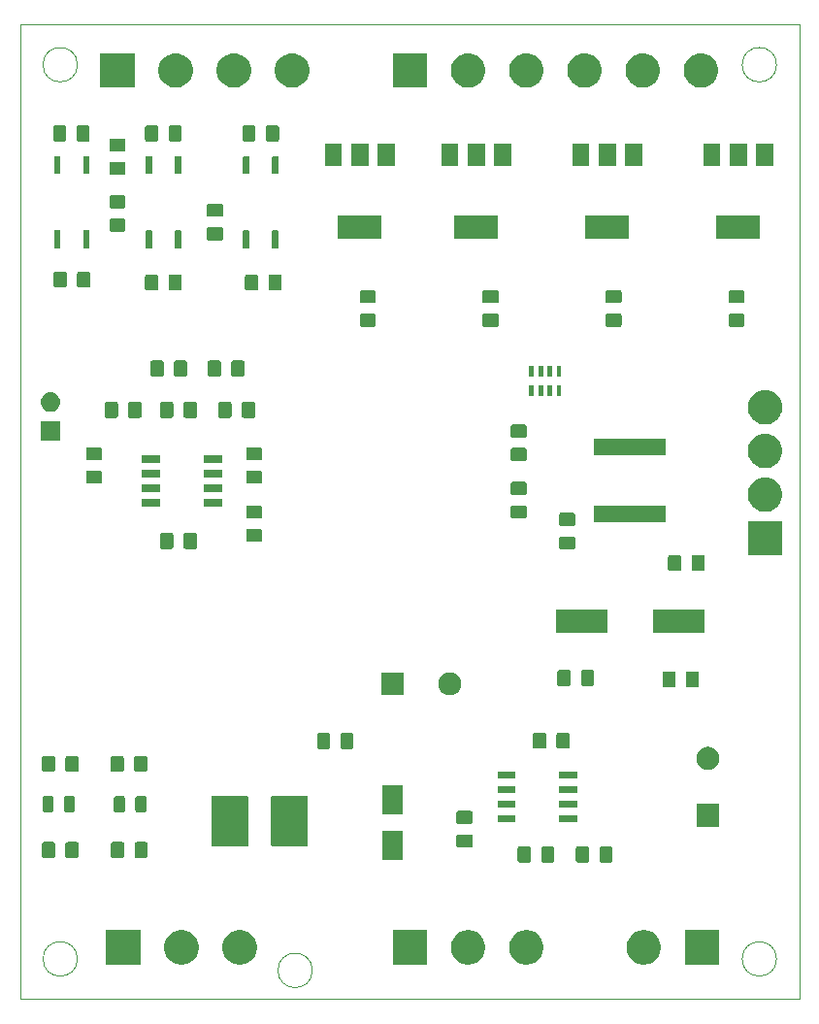
<source format=gts>
G04 #@! TF.GenerationSoftware,KiCad,Pcbnew,(5.0.2)-1*
G04 #@! TF.CreationDate,2019-03-07T11:34:58+03:00*
G04 #@! TF.ProjectId,stm8do,73746d38-646f-42e6-9b69-6361645f7063,rev?*
G04 #@! TF.SameCoordinates,Original*
G04 #@! TF.FileFunction,Soldermask,Top*
G04 #@! TF.FilePolarity,Negative*
%FSLAX46Y46*%
G04 Gerber Fmt 4.6, Leading zero omitted, Abs format (unit mm)*
G04 Created by KiCad (PCBNEW (5.0.2)-1) date 07.03.2019 11:34:58*
%MOMM*%
%LPD*%
G01*
G04 APERTURE LIST*
%ADD10C,0.100000*%
G04 APERTURE END LIST*
D10*
X74500000Y-59000000D02*
G75*
G03X74500000Y-59000000I-1500000J0D01*
G01*
X135500000Y-59000000D02*
G75*
G03X135500000Y-59000000I-1500000J0D01*
G01*
X135500000Y-137000000D02*
G75*
G03X135500000Y-137000000I-1500000J0D01*
G01*
X74500000Y-137000000D02*
G75*
G03X74500000Y-137000000I-1500000J0D01*
G01*
X95000000Y-138000000D02*
G75*
G03X95000000Y-138000000I-1500000J0D01*
G01*
X137500000Y-55500000D02*
X69500000Y-55500000D01*
X137500000Y-140500000D02*
X137500000Y-55500000D01*
X69500000Y-140500000D02*
X137500000Y-140500000D01*
X69500000Y-55500000D02*
X69500000Y-140500000D01*
G36*
X114000935Y-134538429D02*
X114097534Y-134557644D01*
X114370517Y-134670717D01*
X114612920Y-134832687D01*
X114616197Y-134834876D01*
X114825124Y-135043803D01*
X114989284Y-135289485D01*
X115102356Y-135562467D01*
X115160000Y-135852261D01*
X115160000Y-136147739D01*
X115102356Y-136437533D01*
X114989284Y-136710515D01*
X114825124Y-136956197D01*
X114616197Y-137165124D01*
X114616194Y-137165126D01*
X114370517Y-137329283D01*
X114097534Y-137442356D01*
X114000935Y-137461571D01*
X113807739Y-137500000D01*
X113512261Y-137500000D01*
X113319065Y-137461571D01*
X113222466Y-137442356D01*
X112949483Y-137329283D01*
X112703806Y-137165126D01*
X112703803Y-137165124D01*
X112494876Y-136956197D01*
X112330716Y-136710515D01*
X112217644Y-136437533D01*
X112160000Y-136147739D01*
X112160000Y-135852261D01*
X112217644Y-135562467D01*
X112330716Y-135289485D01*
X112494876Y-135043803D01*
X112703803Y-134834876D01*
X112707080Y-134832687D01*
X112949483Y-134670717D01*
X113222466Y-134557644D01*
X113319065Y-134538429D01*
X113512261Y-134500000D01*
X113807739Y-134500000D01*
X114000935Y-134538429D01*
X114000935Y-134538429D01*
G37*
G36*
X124260935Y-134538429D02*
X124357534Y-134557644D01*
X124630517Y-134670717D01*
X124872920Y-134832687D01*
X124876197Y-134834876D01*
X125085124Y-135043803D01*
X125249284Y-135289485D01*
X125362356Y-135562467D01*
X125420000Y-135852261D01*
X125420000Y-136147739D01*
X125362356Y-136437533D01*
X125249284Y-136710515D01*
X125085124Y-136956197D01*
X124876197Y-137165124D01*
X124876194Y-137165126D01*
X124630517Y-137329283D01*
X124357534Y-137442356D01*
X124260935Y-137461571D01*
X124067739Y-137500000D01*
X123772261Y-137500000D01*
X123579065Y-137461571D01*
X123482466Y-137442356D01*
X123209483Y-137329283D01*
X122963806Y-137165126D01*
X122963803Y-137165124D01*
X122754876Y-136956197D01*
X122590716Y-136710515D01*
X122477644Y-136437533D01*
X122420000Y-136147739D01*
X122420000Y-135852261D01*
X122477644Y-135562467D01*
X122590716Y-135289485D01*
X122754876Y-135043803D01*
X122963803Y-134834876D01*
X122967080Y-134832687D01*
X123209483Y-134670717D01*
X123482466Y-134557644D01*
X123579065Y-134538429D01*
X123772261Y-134500000D01*
X124067739Y-134500000D01*
X124260935Y-134538429D01*
X124260935Y-134538429D01*
G37*
G36*
X130500000Y-137500000D02*
X127500000Y-137500000D01*
X127500000Y-134500000D01*
X130500000Y-134500000D01*
X130500000Y-137500000D01*
X130500000Y-137500000D01*
G37*
G36*
X80000000Y-137500000D02*
X77000000Y-137500000D01*
X77000000Y-134500000D01*
X80000000Y-134500000D01*
X80000000Y-137500000D01*
X80000000Y-137500000D01*
G37*
G36*
X83920935Y-134538429D02*
X84017534Y-134557644D01*
X84290517Y-134670717D01*
X84532920Y-134832687D01*
X84536197Y-134834876D01*
X84745124Y-135043803D01*
X84909284Y-135289485D01*
X85022356Y-135562467D01*
X85080000Y-135852261D01*
X85080000Y-136147739D01*
X85022356Y-136437533D01*
X84909284Y-136710515D01*
X84745124Y-136956197D01*
X84536197Y-137165124D01*
X84536194Y-137165126D01*
X84290517Y-137329283D01*
X84017534Y-137442356D01*
X83920935Y-137461571D01*
X83727739Y-137500000D01*
X83432261Y-137500000D01*
X83239065Y-137461571D01*
X83142466Y-137442356D01*
X82869483Y-137329283D01*
X82623806Y-137165126D01*
X82623803Y-137165124D01*
X82414876Y-136956197D01*
X82250716Y-136710515D01*
X82137644Y-136437533D01*
X82080000Y-136147739D01*
X82080000Y-135852261D01*
X82137644Y-135562467D01*
X82250716Y-135289485D01*
X82414876Y-135043803D01*
X82623803Y-134834876D01*
X82627080Y-134832687D01*
X82869483Y-134670717D01*
X83142466Y-134557644D01*
X83239065Y-134538429D01*
X83432261Y-134500000D01*
X83727739Y-134500000D01*
X83920935Y-134538429D01*
X83920935Y-134538429D01*
G37*
G36*
X105000000Y-137500000D02*
X102000000Y-137500000D01*
X102000000Y-134500000D01*
X105000000Y-134500000D01*
X105000000Y-137500000D01*
X105000000Y-137500000D01*
G37*
G36*
X89000935Y-134538429D02*
X89097534Y-134557644D01*
X89370517Y-134670717D01*
X89612920Y-134832687D01*
X89616197Y-134834876D01*
X89825124Y-135043803D01*
X89989284Y-135289485D01*
X90102356Y-135562467D01*
X90160000Y-135852261D01*
X90160000Y-136147739D01*
X90102356Y-136437533D01*
X89989284Y-136710515D01*
X89825124Y-136956197D01*
X89616197Y-137165124D01*
X89616194Y-137165126D01*
X89370517Y-137329283D01*
X89097534Y-137442356D01*
X89000935Y-137461571D01*
X88807739Y-137500000D01*
X88512261Y-137500000D01*
X88319065Y-137461571D01*
X88222466Y-137442356D01*
X87949483Y-137329283D01*
X87703806Y-137165126D01*
X87703803Y-137165124D01*
X87494876Y-136956197D01*
X87330716Y-136710515D01*
X87217644Y-136437533D01*
X87160000Y-136147739D01*
X87160000Y-135852261D01*
X87217644Y-135562467D01*
X87330716Y-135289485D01*
X87494876Y-135043803D01*
X87703803Y-134834876D01*
X87707080Y-134832687D01*
X87949483Y-134670717D01*
X88222466Y-134557644D01*
X88319065Y-134538429D01*
X88512261Y-134500000D01*
X88807739Y-134500000D01*
X89000935Y-134538429D01*
X89000935Y-134538429D01*
G37*
G36*
X108920935Y-134538429D02*
X109017534Y-134557644D01*
X109290517Y-134670717D01*
X109532920Y-134832687D01*
X109536197Y-134834876D01*
X109745124Y-135043803D01*
X109909284Y-135289485D01*
X110022356Y-135562467D01*
X110080000Y-135852261D01*
X110080000Y-136147739D01*
X110022356Y-136437533D01*
X109909284Y-136710515D01*
X109745124Y-136956197D01*
X109536197Y-137165124D01*
X109536194Y-137165126D01*
X109290517Y-137329283D01*
X109017534Y-137442356D01*
X108920935Y-137461571D01*
X108727739Y-137500000D01*
X108432261Y-137500000D01*
X108239065Y-137461571D01*
X108142466Y-137442356D01*
X107869483Y-137329283D01*
X107623806Y-137165126D01*
X107623803Y-137165124D01*
X107414876Y-136956197D01*
X107250716Y-136710515D01*
X107137644Y-136437533D01*
X107080000Y-136147739D01*
X107080000Y-135852261D01*
X107137644Y-135562467D01*
X107250716Y-135289485D01*
X107414876Y-135043803D01*
X107623803Y-134834876D01*
X107627080Y-134832687D01*
X107869483Y-134670717D01*
X108142466Y-134557644D01*
X108239065Y-134538429D01*
X108432261Y-134500000D01*
X108727739Y-134500000D01*
X108920935Y-134538429D01*
X108920935Y-134538429D01*
G37*
G36*
X113921024Y-127192958D02*
X113954555Y-127203130D01*
X113985462Y-127219650D01*
X114012545Y-127241876D01*
X114034771Y-127268959D01*
X114051291Y-127299866D01*
X114061463Y-127333397D01*
X114065502Y-127374406D01*
X114065502Y-128403432D01*
X114061463Y-128444441D01*
X114051291Y-128477972D01*
X114034771Y-128508879D01*
X114012545Y-128535962D01*
X113985462Y-128558188D01*
X113954555Y-128574708D01*
X113921024Y-128584880D01*
X113880015Y-128588919D01*
X113100989Y-128588919D01*
X113059980Y-128584880D01*
X113026449Y-128574708D01*
X112995542Y-128558188D01*
X112968459Y-128535962D01*
X112946233Y-128508879D01*
X112929713Y-128477972D01*
X112919541Y-128444441D01*
X112915502Y-128403432D01*
X112915502Y-127374406D01*
X112919541Y-127333397D01*
X112929713Y-127299866D01*
X112946233Y-127268959D01*
X112968459Y-127241876D01*
X112995542Y-127219650D01*
X113026449Y-127203130D01*
X113059980Y-127192958D01*
X113100989Y-127188919D01*
X113880015Y-127188919D01*
X113921024Y-127192958D01*
X113921024Y-127192958D01*
G37*
G36*
X121051024Y-127192958D02*
X121084555Y-127203130D01*
X121115462Y-127219650D01*
X121142545Y-127241876D01*
X121164771Y-127268959D01*
X121181291Y-127299866D01*
X121191463Y-127333397D01*
X121195502Y-127374406D01*
X121195502Y-128403432D01*
X121191463Y-128444441D01*
X121181291Y-128477972D01*
X121164771Y-128508879D01*
X121142545Y-128535962D01*
X121115462Y-128558188D01*
X121084555Y-128574708D01*
X121051024Y-128584880D01*
X121010015Y-128588919D01*
X120230989Y-128588919D01*
X120189980Y-128584880D01*
X120156449Y-128574708D01*
X120125542Y-128558188D01*
X120098459Y-128535962D01*
X120076233Y-128508879D01*
X120059713Y-128477972D01*
X120049541Y-128444441D01*
X120045502Y-128403432D01*
X120045502Y-127374406D01*
X120049541Y-127333397D01*
X120059713Y-127299866D01*
X120076233Y-127268959D01*
X120098459Y-127241876D01*
X120125542Y-127219650D01*
X120156449Y-127203130D01*
X120189980Y-127192958D01*
X120230989Y-127188919D01*
X121010015Y-127188919D01*
X121051024Y-127192958D01*
X121051024Y-127192958D01*
G37*
G36*
X115971024Y-127192958D02*
X116004555Y-127203130D01*
X116035462Y-127219650D01*
X116062545Y-127241876D01*
X116084771Y-127268959D01*
X116101291Y-127299866D01*
X116111463Y-127333397D01*
X116115502Y-127374406D01*
X116115502Y-128403432D01*
X116111463Y-128444441D01*
X116101291Y-128477972D01*
X116084771Y-128508879D01*
X116062545Y-128535962D01*
X116035462Y-128558188D01*
X116004555Y-128574708D01*
X115971024Y-128584880D01*
X115930015Y-128588919D01*
X115150989Y-128588919D01*
X115109980Y-128584880D01*
X115076449Y-128574708D01*
X115045542Y-128558188D01*
X115018459Y-128535962D01*
X114996233Y-128508879D01*
X114979713Y-128477972D01*
X114969541Y-128444441D01*
X114965502Y-128403432D01*
X114965502Y-127374406D01*
X114969541Y-127333397D01*
X114979713Y-127299866D01*
X114996233Y-127268959D01*
X115018459Y-127241876D01*
X115045542Y-127219650D01*
X115076449Y-127203130D01*
X115109980Y-127192958D01*
X115150989Y-127188919D01*
X115930015Y-127188919D01*
X115971024Y-127192958D01*
X115971024Y-127192958D01*
G37*
G36*
X119001024Y-127192958D02*
X119034555Y-127203130D01*
X119065462Y-127219650D01*
X119092545Y-127241876D01*
X119114771Y-127268959D01*
X119131291Y-127299866D01*
X119141463Y-127333397D01*
X119145502Y-127374406D01*
X119145502Y-128403432D01*
X119141463Y-128444441D01*
X119131291Y-128477972D01*
X119114771Y-128508879D01*
X119092545Y-128535962D01*
X119065462Y-128558188D01*
X119034555Y-128574708D01*
X119001024Y-128584880D01*
X118960015Y-128588919D01*
X118180989Y-128588919D01*
X118139980Y-128584880D01*
X118106449Y-128574708D01*
X118075542Y-128558188D01*
X118048459Y-128535962D01*
X118026233Y-128508879D01*
X118009713Y-128477972D01*
X117999541Y-128444441D01*
X117995502Y-128403432D01*
X117995502Y-127374406D01*
X117999541Y-127333397D01*
X118009713Y-127299866D01*
X118026233Y-127268959D01*
X118048459Y-127241876D01*
X118075542Y-127219650D01*
X118106449Y-127203130D01*
X118139980Y-127192958D01*
X118180989Y-127188919D01*
X118960015Y-127188919D01*
X119001024Y-127192958D01*
X119001024Y-127192958D01*
G37*
G36*
X102900000Y-128350000D02*
X101100000Y-128350000D01*
X101100000Y-125850000D01*
X102900000Y-125850000D01*
X102900000Y-128350000D01*
X102900000Y-128350000D01*
G37*
G36*
X80480522Y-126804039D02*
X80514053Y-126814211D01*
X80544960Y-126830731D01*
X80572043Y-126852957D01*
X80594269Y-126880040D01*
X80610789Y-126910947D01*
X80620961Y-126944478D01*
X80625000Y-126985487D01*
X80625000Y-128014513D01*
X80620961Y-128055522D01*
X80610789Y-128089053D01*
X80594269Y-128119960D01*
X80572043Y-128147043D01*
X80544960Y-128169269D01*
X80514053Y-128185789D01*
X80480522Y-128195961D01*
X80439513Y-128200000D01*
X79660487Y-128200000D01*
X79619478Y-128195961D01*
X79585947Y-128185789D01*
X79555040Y-128169269D01*
X79527957Y-128147043D01*
X79505731Y-128119960D01*
X79489211Y-128089053D01*
X79479039Y-128055522D01*
X79475000Y-128014513D01*
X79475000Y-126985487D01*
X79479039Y-126944478D01*
X79489211Y-126910947D01*
X79505731Y-126880040D01*
X79527957Y-126852957D01*
X79555040Y-126830731D01*
X79585947Y-126814211D01*
X79619478Y-126804039D01*
X79660487Y-126800000D01*
X80439513Y-126800000D01*
X80480522Y-126804039D01*
X80480522Y-126804039D01*
G37*
G36*
X78430522Y-126804039D02*
X78464053Y-126814211D01*
X78494960Y-126830731D01*
X78522043Y-126852957D01*
X78544269Y-126880040D01*
X78560789Y-126910947D01*
X78570961Y-126944478D01*
X78575000Y-126985487D01*
X78575000Y-128014513D01*
X78570961Y-128055522D01*
X78560789Y-128089053D01*
X78544269Y-128119960D01*
X78522043Y-128147043D01*
X78494960Y-128169269D01*
X78464053Y-128185789D01*
X78430522Y-128195961D01*
X78389513Y-128200000D01*
X77610487Y-128200000D01*
X77569478Y-128195961D01*
X77535947Y-128185789D01*
X77505040Y-128169269D01*
X77477957Y-128147043D01*
X77455731Y-128119960D01*
X77439211Y-128089053D01*
X77429039Y-128055522D01*
X77425000Y-128014513D01*
X77425000Y-126985487D01*
X77429039Y-126944478D01*
X77439211Y-126910947D01*
X77455731Y-126880040D01*
X77477957Y-126852957D01*
X77505040Y-126830731D01*
X77535947Y-126814211D01*
X77569478Y-126804039D01*
X77610487Y-126800000D01*
X78389513Y-126800000D01*
X78430522Y-126804039D01*
X78430522Y-126804039D01*
G37*
G36*
X72405522Y-126804039D02*
X72439053Y-126814211D01*
X72469960Y-126830731D01*
X72497043Y-126852957D01*
X72519269Y-126880040D01*
X72535789Y-126910947D01*
X72545961Y-126944478D01*
X72550000Y-126985487D01*
X72550000Y-128014513D01*
X72545961Y-128055522D01*
X72535789Y-128089053D01*
X72519269Y-128119960D01*
X72497043Y-128147043D01*
X72469960Y-128169269D01*
X72439053Y-128185789D01*
X72405522Y-128195961D01*
X72364513Y-128200000D01*
X71585487Y-128200000D01*
X71544478Y-128195961D01*
X71510947Y-128185789D01*
X71480040Y-128169269D01*
X71452957Y-128147043D01*
X71430731Y-128119960D01*
X71414211Y-128089053D01*
X71404039Y-128055522D01*
X71400000Y-128014513D01*
X71400000Y-126985487D01*
X71404039Y-126944478D01*
X71414211Y-126910947D01*
X71430731Y-126880040D01*
X71452957Y-126852957D01*
X71480040Y-126830731D01*
X71510947Y-126814211D01*
X71544478Y-126804039D01*
X71585487Y-126800000D01*
X72364513Y-126800000D01*
X72405522Y-126804039D01*
X72405522Y-126804039D01*
G37*
G36*
X74455522Y-126804039D02*
X74489053Y-126814211D01*
X74519960Y-126830731D01*
X74547043Y-126852957D01*
X74569269Y-126880040D01*
X74585789Y-126910947D01*
X74595961Y-126944478D01*
X74600000Y-126985487D01*
X74600000Y-128014513D01*
X74595961Y-128055522D01*
X74585789Y-128089053D01*
X74569269Y-128119960D01*
X74547043Y-128147043D01*
X74519960Y-128169269D01*
X74489053Y-128185789D01*
X74455522Y-128195961D01*
X74414513Y-128200000D01*
X73635487Y-128200000D01*
X73594478Y-128195961D01*
X73560947Y-128185789D01*
X73530040Y-128169269D01*
X73502957Y-128147043D01*
X73480731Y-128119960D01*
X73464211Y-128089053D01*
X73454039Y-128055522D01*
X73450000Y-128014513D01*
X73450000Y-126985487D01*
X73454039Y-126944478D01*
X73464211Y-126910947D01*
X73480731Y-126880040D01*
X73502957Y-126852957D01*
X73530040Y-126830731D01*
X73560947Y-126814211D01*
X73594478Y-126804039D01*
X73635487Y-126800000D01*
X74414513Y-126800000D01*
X74455522Y-126804039D01*
X74455522Y-126804039D01*
G37*
G36*
X108827704Y-126134318D02*
X108861235Y-126144490D01*
X108892142Y-126161010D01*
X108919225Y-126183236D01*
X108941451Y-126210319D01*
X108957971Y-126241226D01*
X108968143Y-126274757D01*
X108972182Y-126315766D01*
X108972182Y-127094792D01*
X108968143Y-127135801D01*
X108957971Y-127169332D01*
X108941451Y-127200239D01*
X108919225Y-127227322D01*
X108892142Y-127249548D01*
X108861235Y-127266068D01*
X108827704Y-127276240D01*
X108786695Y-127280279D01*
X107757669Y-127280279D01*
X107716660Y-127276240D01*
X107683129Y-127266068D01*
X107652222Y-127249548D01*
X107625139Y-127227322D01*
X107602913Y-127200239D01*
X107586393Y-127169332D01*
X107576221Y-127135801D01*
X107572182Y-127094792D01*
X107572182Y-126315766D01*
X107576221Y-126274757D01*
X107586393Y-126241226D01*
X107602913Y-126210319D01*
X107625139Y-126183236D01*
X107652222Y-126161010D01*
X107683129Y-126144490D01*
X107716660Y-126134318D01*
X107757669Y-126130279D01*
X108786695Y-126130279D01*
X108827704Y-126134318D01*
X108827704Y-126134318D01*
G37*
G36*
X94483549Y-122778370D02*
X94510547Y-122786560D01*
X94535430Y-122799860D01*
X94557240Y-122817760D01*
X94575140Y-122839570D01*
X94588440Y-122864453D01*
X94596630Y-122891451D01*
X94600000Y-122925671D01*
X94600000Y-127074329D01*
X94596630Y-127108549D01*
X94588440Y-127135547D01*
X94575140Y-127160430D01*
X94557240Y-127182240D01*
X94535430Y-127200140D01*
X94510547Y-127213440D01*
X94483549Y-127221630D01*
X94449329Y-127225000D01*
X91550671Y-127225000D01*
X91516451Y-127221630D01*
X91489453Y-127213440D01*
X91464570Y-127200140D01*
X91442760Y-127182240D01*
X91424860Y-127160430D01*
X91411560Y-127135547D01*
X91403370Y-127108549D01*
X91400000Y-127074329D01*
X91400000Y-122925671D01*
X91403370Y-122891451D01*
X91411560Y-122864453D01*
X91424860Y-122839570D01*
X91442760Y-122817760D01*
X91464570Y-122799860D01*
X91489453Y-122786560D01*
X91516451Y-122778370D01*
X91550671Y-122775000D01*
X94449329Y-122775000D01*
X94483549Y-122778370D01*
X94483549Y-122778370D01*
G37*
G36*
X89283549Y-122778370D02*
X89310547Y-122786560D01*
X89335430Y-122799860D01*
X89357240Y-122817760D01*
X89375140Y-122839570D01*
X89388440Y-122864453D01*
X89396630Y-122891451D01*
X89400000Y-122925671D01*
X89400000Y-127074329D01*
X89396630Y-127108549D01*
X89388440Y-127135547D01*
X89375140Y-127160430D01*
X89357240Y-127182240D01*
X89335430Y-127200140D01*
X89310547Y-127213440D01*
X89283549Y-127221630D01*
X89249329Y-127225000D01*
X86350671Y-127225000D01*
X86316451Y-127221630D01*
X86289453Y-127213440D01*
X86264570Y-127200140D01*
X86242760Y-127182240D01*
X86224860Y-127160430D01*
X86211560Y-127135547D01*
X86203370Y-127108549D01*
X86200000Y-127074329D01*
X86200000Y-122925671D01*
X86203370Y-122891451D01*
X86211560Y-122864453D01*
X86224860Y-122839570D01*
X86242760Y-122817760D01*
X86264570Y-122799860D01*
X86289453Y-122786560D01*
X86316451Y-122778370D01*
X86350671Y-122775000D01*
X89249329Y-122775000D01*
X89283549Y-122778370D01*
X89283549Y-122778370D01*
G37*
G36*
X130500000Y-125500000D02*
X128500000Y-125500000D01*
X128500000Y-123500000D01*
X130500000Y-123500000D01*
X130500000Y-125500000D01*
X130500000Y-125500000D01*
G37*
G36*
X108827704Y-124084318D02*
X108861235Y-124094490D01*
X108892142Y-124111010D01*
X108919225Y-124133236D01*
X108941451Y-124160319D01*
X108957971Y-124191226D01*
X108968143Y-124224757D01*
X108972182Y-124265766D01*
X108972182Y-125044792D01*
X108968143Y-125085801D01*
X108957971Y-125119332D01*
X108941451Y-125150239D01*
X108919225Y-125177322D01*
X108892142Y-125199548D01*
X108861235Y-125216068D01*
X108827704Y-125226240D01*
X108786695Y-125230279D01*
X107757669Y-125230279D01*
X107716660Y-125226240D01*
X107683129Y-125216068D01*
X107652222Y-125199548D01*
X107625139Y-125177322D01*
X107602913Y-125150239D01*
X107586393Y-125119332D01*
X107576221Y-125085801D01*
X107572182Y-125044792D01*
X107572182Y-124265766D01*
X107576221Y-124224757D01*
X107586393Y-124191226D01*
X107602913Y-124160319D01*
X107625139Y-124133236D01*
X107652222Y-124111010D01*
X107683129Y-124094490D01*
X107716660Y-124084318D01*
X107757669Y-124080279D01*
X108786695Y-124080279D01*
X108827704Y-124084318D01*
X108827704Y-124084318D01*
G37*
G36*
X112697182Y-125100279D02*
X111147182Y-125100279D01*
X111147182Y-124500279D01*
X112697182Y-124500279D01*
X112697182Y-125100279D01*
X112697182Y-125100279D01*
G37*
G36*
X118097182Y-125100279D02*
X116547182Y-125100279D01*
X116547182Y-124500279D01*
X118097182Y-124500279D01*
X118097182Y-125100279D01*
X118097182Y-125100279D01*
G37*
G36*
X102900000Y-124350000D02*
X101100000Y-124350000D01*
X101100000Y-121850000D01*
X102900000Y-121850000D01*
X102900000Y-124350000D01*
X102900000Y-124350000D01*
G37*
G36*
X74148992Y-122804076D02*
X74182883Y-122814357D01*
X74214111Y-122831048D01*
X74241485Y-122853515D01*
X74263952Y-122880889D01*
X74280643Y-122912117D01*
X74290924Y-122946008D01*
X74295000Y-122987391D01*
X74295000Y-124012609D01*
X74290924Y-124053992D01*
X74280643Y-124087883D01*
X74263952Y-124119111D01*
X74241485Y-124146485D01*
X74214111Y-124168952D01*
X74182883Y-124185643D01*
X74148992Y-124195924D01*
X74107609Y-124200000D01*
X73507391Y-124200000D01*
X73466008Y-124195924D01*
X73432117Y-124185643D01*
X73400889Y-124168952D01*
X73373515Y-124146485D01*
X73351048Y-124119111D01*
X73334357Y-124087883D01*
X73324076Y-124053992D01*
X73320000Y-124012609D01*
X73320000Y-122987391D01*
X73324076Y-122946008D01*
X73334357Y-122912117D01*
X73351048Y-122880889D01*
X73373515Y-122853515D01*
X73400889Y-122831048D01*
X73432117Y-122814357D01*
X73466008Y-122804076D01*
X73507391Y-122800000D01*
X74107609Y-122800000D01*
X74148992Y-122804076D01*
X74148992Y-122804076D01*
G37*
G36*
X78509353Y-122804076D02*
X78543244Y-122814357D01*
X78574472Y-122831048D01*
X78601846Y-122853515D01*
X78624313Y-122880889D01*
X78641004Y-122912117D01*
X78651285Y-122946008D01*
X78655361Y-122987391D01*
X78655361Y-124012609D01*
X78651285Y-124053992D01*
X78641004Y-124087883D01*
X78624313Y-124119111D01*
X78601846Y-124146485D01*
X78574472Y-124168952D01*
X78543244Y-124185643D01*
X78509353Y-124195924D01*
X78467970Y-124200000D01*
X77867752Y-124200000D01*
X77826369Y-124195924D01*
X77792478Y-124185643D01*
X77761250Y-124168952D01*
X77733876Y-124146485D01*
X77711409Y-124119111D01*
X77694718Y-124087883D01*
X77684437Y-124053992D01*
X77680361Y-124012609D01*
X77680361Y-122987391D01*
X77684437Y-122946008D01*
X77694718Y-122912117D01*
X77711409Y-122880889D01*
X77733876Y-122853515D01*
X77761250Y-122831048D01*
X77792478Y-122814357D01*
X77826369Y-122804076D01*
X77867752Y-122800000D01*
X78467970Y-122800000D01*
X78509353Y-122804076D01*
X78509353Y-122804076D01*
G37*
G36*
X80384353Y-122804076D02*
X80418244Y-122814357D01*
X80449472Y-122831048D01*
X80476846Y-122853515D01*
X80499313Y-122880889D01*
X80516004Y-122912117D01*
X80526285Y-122946008D01*
X80530361Y-122987391D01*
X80530361Y-124012609D01*
X80526285Y-124053992D01*
X80516004Y-124087883D01*
X80499313Y-124119111D01*
X80476846Y-124146485D01*
X80449472Y-124168952D01*
X80418244Y-124185643D01*
X80384353Y-124195924D01*
X80342970Y-124200000D01*
X79742752Y-124200000D01*
X79701369Y-124195924D01*
X79667478Y-124185643D01*
X79636250Y-124168952D01*
X79608876Y-124146485D01*
X79586409Y-124119111D01*
X79569718Y-124087883D01*
X79559437Y-124053992D01*
X79555361Y-124012609D01*
X79555361Y-122987391D01*
X79559437Y-122946008D01*
X79569718Y-122912117D01*
X79586409Y-122880889D01*
X79608876Y-122853515D01*
X79636250Y-122831048D01*
X79667478Y-122814357D01*
X79701369Y-122804076D01*
X79742752Y-122800000D01*
X80342970Y-122800000D01*
X80384353Y-122804076D01*
X80384353Y-122804076D01*
G37*
G36*
X72273992Y-122804076D02*
X72307883Y-122814357D01*
X72339111Y-122831048D01*
X72366485Y-122853515D01*
X72388952Y-122880889D01*
X72405643Y-122912117D01*
X72415924Y-122946008D01*
X72420000Y-122987391D01*
X72420000Y-124012609D01*
X72415924Y-124053992D01*
X72405643Y-124087883D01*
X72388952Y-124119111D01*
X72366485Y-124146485D01*
X72339111Y-124168952D01*
X72307883Y-124185643D01*
X72273992Y-124195924D01*
X72232609Y-124200000D01*
X71632391Y-124200000D01*
X71591008Y-124195924D01*
X71557117Y-124185643D01*
X71525889Y-124168952D01*
X71498515Y-124146485D01*
X71476048Y-124119111D01*
X71459357Y-124087883D01*
X71449076Y-124053992D01*
X71445000Y-124012609D01*
X71445000Y-122987391D01*
X71449076Y-122946008D01*
X71459357Y-122912117D01*
X71476048Y-122880889D01*
X71498515Y-122853515D01*
X71525889Y-122831048D01*
X71557117Y-122814357D01*
X71591008Y-122804076D01*
X71632391Y-122800000D01*
X72232609Y-122800000D01*
X72273992Y-122804076D01*
X72273992Y-122804076D01*
G37*
G36*
X112697182Y-123830279D02*
X111147182Y-123830279D01*
X111147182Y-123230279D01*
X112697182Y-123230279D01*
X112697182Y-123830279D01*
X112697182Y-123830279D01*
G37*
G36*
X118097182Y-123830279D02*
X116547182Y-123830279D01*
X116547182Y-123230279D01*
X118097182Y-123230279D01*
X118097182Y-123830279D01*
X118097182Y-123830279D01*
G37*
G36*
X118097182Y-122560279D02*
X116547182Y-122560279D01*
X116547182Y-121960279D01*
X118097182Y-121960279D01*
X118097182Y-122560279D01*
X118097182Y-122560279D01*
G37*
G36*
X112697182Y-122560279D02*
X111147182Y-122560279D01*
X111147182Y-121960279D01*
X112697182Y-121960279D01*
X112697182Y-122560279D01*
X112697182Y-122560279D01*
G37*
G36*
X112697182Y-121290279D02*
X111147182Y-121290279D01*
X111147182Y-120690279D01*
X112697182Y-120690279D01*
X112697182Y-121290279D01*
X112697182Y-121290279D01*
G37*
G36*
X118097182Y-121290279D02*
X116547182Y-121290279D01*
X116547182Y-120690279D01*
X118097182Y-120690279D01*
X118097182Y-121290279D01*
X118097182Y-121290279D01*
G37*
G36*
X74455522Y-119304039D02*
X74489053Y-119314211D01*
X74519960Y-119330731D01*
X74547043Y-119352957D01*
X74569269Y-119380040D01*
X74585789Y-119410947D01*
X74595961Y-119444478D01*
X74600000Y-119485487D01*
X74600000Y-120514513D01*
X74595961Y-120555522D01*
X74585789Y-120589053D01*
X74569269Y-120619960D01*
X74547043Y-120647043D01*
X74519960Y-120669269D01*
X74489053Y-120685789D01*
X74455522Y-120695961D01*
X74414513Y-120700000D01*
X73635487Y-120700000D01*
X73594478Y-120695961D01*
X73560947Y-120685789D01*
X73530040Y-120669269D01*
X73502957Y-120647043D01*
X73480731Y-120619960D01*
X73464211Y-120589053D01*
X73454039Y-120555522D01*
X73450000Y-120514513D01*
X73450000Y-119485487D01*
X73454039Y-119444478D01*
X73464211Y-119410947D01*
X73480731Y-119380040D01*
X73502957Y-119352957D01*
X73530040Y-119330731D01*
X73560947Y-119314211D01*
X73594478Y-119304039D01*
X73635487Y-119300000D01*
X74414513Y-119300000D01*
X74455522Y-119304039D01*
X74455522Y-119304039D01*
G37*
G36*
X80455522Y-119304039D02*
X80489053Y-119314211D01*
X80519960Y-119330731D01*
X80547043Y-119352957D01*
X80569269Y-119380040D01*
X80585789Y-119410947D01*
X80595961Y-119444478D01*
X80600000Y-119485487D01*
X80600000Y-120514513D01*
X80595961Y-120555522D01*
X80585789Y-120589053D01*
X80569269Y-120619960D01*
X80547043Y-120647043D01*
X80519960Y-120669269D01*
X80489053Y-120685789D01*
X80455522Y-120695961D01*
X80414513Y-120700000D01*
X79635487Y-120700000D01*
X79594478Y-120695961D01*
X79560947Y-120685789D01*
X79530040Y-120669269D01*
X79502957Y-120647043D01*
X79480731Y-120619960D01*
X79464211Y-120589053D01*
X79454039Y-120555522D01*
X79450000Y-120514513D01*
X79450000Y-119485487D01*
X79454039Y-119444478D01*
X79464211Y-119410947D01*
X79480731Y-119380040D01*
X79502957Y-119352957D01*
X79530040Y-119330731D01*
X79560947Y-119314211D01*
X79594478Y-119304039D01*
X79635487Y-119300000D01*
X80414513Y-119300000D01*
X80455522Y-119304039D01*
X80455522Y-119304039D01*
G37*
G36*
X78405522Y-119304039D02*
X78439053Y-119314211D01*
X78469960Y-119330731D01*
X78497043Y-119352957D01*
X78519269Y-119380040D01*
X78535789Y-119410947D01*
X78545961Y-119444478D01*
X78550000Y-119485487D01*
X78550000Y-120514513D01*
X78545961Y-120555522D01*
X78535789Y-120589053D01*
X78519269Y-120619960D01*
X78497043Y-120647043D01*
X78469960Y-120669269D01*
X78439053Y-120685789D01*
X78405522Y-120695961D01*
X78364513Y-120700000D01*
X77585487Y-120700000D01*
X77544478Y-120695961D01*
X77510947Y-120685789D01*
X77480040Y-120669269D01*
X77452957Y-120647043D01*
X77430731Y-120619960D01*
X77414211Y-120589053D01*
X77404039Y-120555522D01*
X77400000Y-120514513D01*
X77400000Y-119485487D01*
X77404039Y-119444478D01*
X77414211Y-119410947D01*
X77430731Y-119380040D01*
X77452957Y-119352957D01*
X77480040Y-119330731D01*
X77510947Y-119314211D01*
X77544478Y-119304039D01*
X77585487Y-119300000D01*
X78364513Y-119300000D01*
X78405522Y-119304039D01*
X78405522Y-119304039D01*
G37*
G36*
X72405522Y-119304039D02*
X72439053Y-119314211D01*
X72469960Y-119330731D01*
X72497043Y-119352957D01*
X72519269Y-119380040D01*
X72535789Y-119410947D01*
X72545961Y-119444478D01*
X72550000Y-119485487D01*
X72550000Y-120514513D01*
X72545961Y-120555522D01*
X72535789Y-120589053D01*
X72519269Y-120619960D01*
X72497043Y-120647043D01*
X72469960Y-120669269D01*
X72439053Y-120685789D01*
X72405522Y-120695961D01*
X72364513Y-120700000D01*
X71585487Y-120700000D01*
X71544478Y-120695961D01*
X71510947Y-120685789D01*
X71480040Y-120669269D01*
X71452957Y-120647043D01*
X71430731Y-120619960D01*
X71414211Y-120589053D01*
X71404039Y-120555522D01*
X71400000Y-120514513D01*
X71400000Y-119485487D01*
X71404039Y-119444478D01*
X71414211Y-119410947D01*
X71430731Y-119380040D01*
X71452957Y-119352957D01*
X71480040Y-119330731D01*
X71510947Y-119314211D01*
X71544478Y-119304039D01*
X71585487Y-119300000D01*
X72364513Y-119300000D01*
X72405522Y-119304039D01*
X72405522Y-119304039D01*
G37*
G36*
X129671454Y-118514513D02*
X129791689Y-118538429D01*
X129973678Y-118613811D01*
X130137463Y-118723249D01*
X130276751Y-118862537D01*
X130386189Y-119026322D01*
X130461571Y-119208311D01*
X130500000Y-119401509D01*
X130500000Y-119598491D01*
X130461571Y-119791689D01*
X130386189Y-119973678D01*
X130276751Y-120137463D01*
X130137463Y-120276751D01*
X129973678Y-120386189D01*
X129791689Y-120461571D01*
X129675770Y-120484628D01*
X129598493Y-120500000D01*
X129401507Y-120500000D01*
X129324230Y-120484628D01*
X129208311Y-120461571D01*
X129026322Y-120386189D01*
X128862537Y-120276751D01*
X128723249Y-120137463D01*
X128613811Y-119973678D01*
X128538429Y-119791689D01*
X128500000Y-119598491D01*
X128500000Y-119401509D01*
X128538429Y-119208311D01*
X128613811Y-119026322D01*
X128723249Y-118862537D01*
X128862537Y-118723249D01*
X129026322Y-118613811D01*
X129208311Y-118538429D01*
X129328546Y-118514513D01*
X129401507Y-118500000D01*
X129598493Y-118500000D01*
X129671454Y-118514513D01*
X129671454Y-118514513D01*
G37*
G36*
X98455522Y-117304039D02*
X98489053Y-117314211D01*
X98519960Y-117330731D01*
X98547043Y-117352957D01*
X98569269Y-117380040D01*
X98585789Y-117410947D01*
X98595961Y-117444478D01*
X98600000Y-117485487D01*
X98600000Y-118514513D01*
X98595961Y-118555522D01*
X98585789Y-118589053D01*
X98569269Y-118619960D01*
X98547043Y-118647043D01*
X98519960Y-118669269D01*
X98489053Y-118685789D01*
X98455522Y-118695961D01*
X98414513Y-118700000D01*
X97635487Y-118700000D01*
X97594478Y-118695961D01*
X97560947Y-118685789D01*
X97530040Y-118669269D01*
X97502957Y-118647043D01*
X97480731Y-118619960D01*
X97464211Y-118589053D01*
X97454039Y-118555522D01*
X97450000Y-118514513D01*
X97450000Y-117485487D01*
X97454039Y-117444478D01*
X97464211Y-117410947D01*
X97480731Y-117380040D01*
X97502957Y-117352957D01*
X97530040Y-117330731D01*
X97560947Y-117314211D01*
X97594478Y-117304039D01*
X97635487Y-117300000D01*
X98414513Y-117300000D01*
X98455522Y-117304039D01*
X98455522Y-117304039D01*
G37*
G36*
X96405522Y-117304039D02*
X96439053Y-117314211D01*
X96469960Y-117330731D01*
X96497043Y-117352957D01*
X96519269Y-117380040D01*
X96535789Y-117410947D01*
X96545961Y-117444478D01*
X96550000Y-117485487D01*
X96550000Y-118514513D01*
X96545961Y-118555522D01*
X96535789Y-118589053D01*
X96519269Y-118619960D01*
X96497043Y-118647043D01*
X96469960Y-118669269D01*
X96439053Y-118685789D01*
X96405522Y-118695961D01*
X96364513Y-118700000D01*
X95585487Y-118700000D01*
X95544478Y-118695961D01*
X95510947Y-118685789D01*
X95480040Y-118669269D01*
X95452957Y-118647043D01*
X95430731Y-118619960D01*
X95414211Y-118589053D01*
X95404039Y-118555522D01*
X95400000Y-118514513D01*
X95400000Y-117485487D01*
X95404039Y-117444478D01*
X95414211Y-117410947D01*
X95430731Y-117380040D01*
X95452957Y-117352957D01*
X95480040Y-117330731D01*
X95510947Y-117314211D01*
X95544478Y-117304039D01*
X95585487Y-117300000D01*
X96364513Y-117300000D01*
X96405522Y-117304039D01*
X96405522Y-117304039D01*
G37*
G36*
X115253144Y-117276798D02*
X115286675Y-117286970D01*
X115317582Y-117303490D01*
X115344665Y-117325716D01*
X115366891Y-117352799D01*
X115383411Y-117383706D01*
X115393583Y-117417237D01*
X115397622Y-117458246D01*
X115397622Y-118487272D01*
X115393583Y-118528281D01*
X115383411Y-118561812D01*
X115366891Y-118592719D01*
X115344665Y-118619802D01*
X115317582Y-118642028D01*
X115286675Y-118658548D01*
X115253144Y-118668720D01*
X115212135Y-118672759D01*
X114433109Y-118672759D01*
X114392100Y-118668720D01*
X114358569Y-118658548D01*
X114327662Y-118642028D01*
X114300579Y-118619802D01*
X114278353Y-118592719D01*
X114261833Y-118561812D01*
X114251661Y-118528281D01*
X114247622Y-118487272D01*
X114247622Y-117458246D01*
X114251661Y-117417237D01*
X114261833Y-117383706D01*
X114278353Y-117352799D01*
X114300579Y-117325716D01*
X114327662Y-117303490D01*
X114358569Y-117286970D01*
X114392100Y-117276798D01*
X114433109Y-117272759D01*
X115212135Y-117272759D01*
X115253144Y-117276798D01*
X115253144Y-117276798D01*
G37*
G36*
X117303144Y-117276798D02*
X117336675Y-117286970D01*
X117367582Y-117303490D01*
X117394665Y-117325716D01*
X117416891Y-117352799D01*
X117433411Y-117383706D01*
X117443583Y-117417237D01*
X117447622Y-117458246D01*
X117447622Y-118487272D01*
X117443583Y-118528281D01*
X117433411Y-118561812D01*
X117416891Y-118592719D01*
X117394665Y-118619802D01*
X117367582Y-118642028D01*
X117336675Y-118658548D01*
X117303144Y-118668720D01*
X117262135Y-118672759D01*
X116483109Y-118672759D01*
X116442100Y-118668720D01*
X116408569Y-118658548D01*
X116377662Y-118642028D01*
X116350579Y-118619802D01*
X116328353Y-118592719D01*
X116311833Y-118561812D01*
X116301661Y-118528281D01*
X116297622Y-118487272D01*
X116297622Y-117458246D01*
X116301661Y-117417237D01*
X116311833Y-117383706D01*
X116328353Y-117352799D01*
X116350579Y-117325716D01*
X116377662Y-117303490D01*
X116408569Y-117286970D01*
X116442100Y-117276798D01*
X116483109Y-117272759D01*
X117262135Y-117272759D01*
X117303144Y-117276798D01*
X117303144Y-117276798D01*
G37*
G36*
X107175770Y-112015372D02*
X107291689Y-112038429D01*
X107473678Y-112113811D01*
X107637463Y-112223249D01*
X107776751Y-112362537D01*
X107886189Y-112526322D01*
X107961571Y-112708311D01*
X108000000Y-112901509D01*
X108000000Y-113098491D01*
X107961571Y-113291689D01*
X107886189Y-113473678D01*
X107776751Y-113637463D01*
X107637463Y-113776751D01*
X107473678Y-113886189D01*
X107291689Y-113961571D01*
X107175770Y-113984628D01*
X107098493Y-114000000D01*
X106901507Y-114000000D01*
X106824230Y-113984628D01*
X106708311Y-113961571D01*
X106526322Y-113886189D01*
X106362537Y-113776751D01*
X106223249Y-113637463D01*
X106113811Y-113473678D01*
X106038429Y-113291689D01*
X106000000Y-113098491D01*
X106000000Y-112901509D01*
X106038429Y-112708311D01*
X106113811Y-112526322D01*
X106223249Y-112362537D01*
X106362537Y-112223249D01*
X106526322Y-112113811D01*
X106708311Y-112038429D01*
X106824230Y-112015372D01*
X106901507Y-112000000D01*
X107098493Y-112000000D01*
X107175770Y-112015372D01*
X107175770Y-112015372D01*
G37*
G36*
X103000000Y-114000000D02*
X101000000Y-114000000D01*
X101000000Y-112000000D01*
X103000000Y-112000000D01*
X103000000Y-114000000D01*
X103000000Y-114000000D01*
G37*
G36*
X126551082Y-111935399D02*
X126584613Y-111945571D01*
X126615520Y-111962091D01*
X126642603Y-111984317D01*
X126664829Y-112011400D01*
X126681349Y-112042307D01*
X126691521Y-112075838D01*
X126695560Y-112116847D01*
X126695560Y-113145873D01*
X126691521Y-113186882D01*
X126681349Y-113220413D01*
X126664829Y-113251320D01*
X126642603Y-113278403D01*
X126615520Y-113300629D01*
X126584613Y-113317149D01*
X126551082Y-113327321D01*
X126510073Y-113331360D01*
X125731047Y-113331360D01*
X125690038Y-113327321D01*
X125656507Y-113317149D01*
X125625600Y-113300629D01*
X125598517Y-113278403D01*
X125576291Y-113251320D01*
X125559771Y-113220413D01*
X125549599Y-113186882D01*
X125545560Y-113145873D01*
X125545560Y-112116847D01*
X125549599Y-112075838D01*
X125559771Y-112042307D01*
X125576291Y-112011400D01*
X125598517Y-111984317D01*
X125625600Y-111962091D01*
X125656507Y-111945571D01*
X125690038Y-111935399D01*
X125731047Y-111931360D01*
X126510073Y-111931360D01*
X126551082Y-111935399D01*
X126551082Y-111935399D01*
G37*
G36*
X128601082Y-111935399D02*
X128634613Y-111945571D01*
X128665520Y-111962091D01*
X128692603Y-111984317D01*
X128714829Y-112011400D01*
X128731349Y-112042307D01*
X128741521Y-112075838D01*
X128745560Y-112116847D01*
X128745560Y-113145873D01*
X128741521Y-113186882D01*
X128731349Y-113220413D01*
X128714829Y-113251320D01*
X128692603Y-113278403D01*
X128665520Y-113300629D01*
X128634613Y-113317149D01*
X128601082Y-113327321D01*
X128560073Y-113331360D01*
X127781047Y-113331360D01*
X127740038Y-113327321D01*
X127706507Y-113317149D01*
X127675600Y-113300629D01*
X127648517Y-113278403D01*
X127626291Y-113251320D01*
X127609771Y-113220413D01*
X127599599Y-113186882D01*
X127595560Y-113145873D01*
X127595560Y-112116847D01*
X127599599Y-112075838D01*
X127609771Y-112042307D01*
X127626291Y-112011400D01*
X127648517Y-111984317D01*
X127675600Y-111962091D01*
X127706507Y-111945571D01*
X127740038Y-111935399D01*
X127781047Y-111931360D01*
X128560073Y-111931360D01*
X128601082Y-111935399D01*
X128601082Y-111935399D01*
G37*
G36*
X117380522Y-111804039D02*
X117414053Y-111814211D01*
X117444960Y-111830731D01*
X117472043Y-111852957D01*
X117494269Y-111880040D01*
X117510789Y-111910947D01*
X117520961Y-111944478D01*
X117525000Y-111985487D01*
X117525000Y-113014513D01*
X117520961Y-113055522D01*
X117510789Y-113089053D01*
X117494269Y-113119960D01*
X117472043Y-113147043D01*
X117444960Y-113169269D01*
X117414053Y-113185789D01*
X117380522Y-113195961D01*
X117339513Y-113200000D01*
X116560487Y-113200000D01*
X116519478Y-113195961D01*
X116485947Y-113185789D01*
X116455040Y-113169269D01*
X116427957Y-113147043D01*
X116405731Y-113119960D01*
X116389211Y-113089053D01*
X116379039Y-113055522D01*
X116375000Y-113014513D01*
X116375000Y-111985487D01*
X116379039Y-111944478D01*
X116389211Y-111910947D01*
X116405731Y-111880040D01*
X116427957Y-111852957D01*
X116455040Y-111830731D01*
X116485947Y-111814211D01*
X116519478Y-111804039D01*
X116560487Y-111800000D01*
X117339513Y-111800000D01*
X117380522Y-111804039D01*
X117380522Y-111804039D01*
G37*
G36*
X119430522Y-111804039D02*
X119464053Y-111814211D01*
X119494960Y-111830731D01*
X119522043Y-111852957D01*
X119544269Y-111880040D01*
X119560789Y-111910947D01*
X119570961Y-111944478D01*
X119575000Y-111985487D01*
X119575000Y-113014513D01*
X119570961Y-113055522D01*
X119560789Y-113089053D01*
X119544269Y-113119960D01*
X119522043Y-113147043D01*
X119494960Y-113169269D01*
X119464053Y-113185789D01*
X119430522Y-113195961D01*
X119389513Y-113200000D01*
X118610487Y-113200000D01*
X118569478Y-113195961D01*
X118535947Y-113185789D01*
X118505040Y-113169269D01*
X118477957Y-113147043D01*
X118455731Y-113119960D01*
X118439211Y-113089053D01*
X118429039Y-113055522D01*
X118425000Y-113014513D01*
X118425000Y-111985487D01*
X118429039Y-111944478D01*
X118439211Y-111910947D01*
X118455731Y-111880040D01*
X118477957Y-111852957D01*
X118505040Y-111830731D01*
X118535947Y-111814211D01*
X118569478Y-111804039D01*
X118610487Y-111800000D01*
X119389513Y-111800000D01*
X119430522Y-111804039D01*
X119430522Y-111804039D01*
G37*
G36*
X120723060Y-108551360D02*
X116223060Y-108551360D01*
X116223060Y-106551360D01*
X120723060Y-106551360D01*
X120723060Y-108551360D01*
X120723060Y-108551360D01*
G37*
G36*
X129223060Y-108551360D02*
X124723060Y-108551360D01*
X124723060Y-106551360D01*
X129223060Y-106551360D01*
X129223060Y-108551360D01*
X129223060Y-108551360D01*
G37*
G36*
X129091082Y-101775399D02*
X129124613Y-101785571D01*
X129155520Y-101802091D01*
X129182603Y-101824317D01*
X129204829Y-101851400D01*
X129221349Y-101882307D01*
X129231521Y-101915838D01*
X129235560Y-101956847D01*
X129235560Y-102985873D01*
X129231521Y-103026882D01*
X129221349Y-103060413D01*
X129204829Y-103091320D01*
X129182603Y-103118403D01*
X129155520Y-103140629D01*
X129124613Y-103157149D01*
X129091082Y-103167321D01*
X129050073Y-103171360D01*
X128271047Y-103171360D01*
X128230038Y-103167321D01*
X128196507Y-103157149D01*
X128165600Y-103140629D01*
X128138517Y-103118403D01*
X128116291Y-103091320D01*
X128099771Y-103060413D01*
X128089599Y-103026882D01*
X128085560Y-102985873D01*
X128085560Y-101956847D01*
X128089599Y-101915838D01*
X128099771Y-101882307D01*
X128116291Y-101851400D01*
X128138517Y-101824317D01*
X128165600Y-101802091D01*
X128196507Y-101785571D01*
X128230038Y-101775399D01*
X128271047Y-101771360D01*
X129050073Y-101771360D01*
X129091082Y-101775399D01*
X129091082Y-101775399D01*
G37*
G36*
X127041082Y-101775399D02*
X127074613Y-101785571D01*
X127105520Y-101802091D01*
X127132603Y-101824317D01*
X127154829Y-101851400D01*
X127171349Y-101882307D01*
X127181521Y-101915838D01*
X127185560Y-101956847D01*
X127185560Y-102985873D01*
X127181521Y-103026882D01*
X127171349Y-103060413D01*
X127154829Y-103091320D01*
X127132603Y-103118403D01*
X127105520Y-103140629D01*
X127074613Y-103157149D01*
X127041082Y-103167321D01*
X127000073Y-103171360D01*
X126221047Y-103171360D01*
X126180038Y-103167321D01*
X126146507Y-103157149D01*
X126115600Y-103140629D01*
X126088517Y-103118403D01*
X126066291Y-103091320D01*
X126049771Y-103060413D01*
X126039599Y-103026882D01*
X126035560Y-102985873D01*
X126035560Y-101956847D01*
X126039599Y-101915838D01*
X126049771Y-101882307D01*
X126066291Y-101851400D01*
X126088517Y-101824317D01*
X126115600Y-101802091D01*
X126146507Y-101785571D01*
X126180038Y-101775399D01*
X126221047Y-101771360D01*
X127000073Y-101771360D01*
X127041082Y-101775399D01*
X127041082Y-101775399D01*
G37*
G36*
X135999870Y-101809870D02*
X133000130Y-101809870D01*
X133000130Y-98810130D01*
X135999870Y-98810130D01*
X135999870Y-101809870D01*
X135999870Y-101809870D01*
G37*
G36*
X117786082Y-100140399D02*
X117819613Y-100150571D01*
X117850520Y-100167091D01*
X117877603Y-100189317D01*
X117899829Y-100216400D01*
X117916349Y-100247307D01*
X117926521Y-100280838D01*
X117930560Y-100321847D01*
X117930560Y-101100873D01*
X117926521Y-101141882D01*
X117916349Y-101175413D01*
X117899829Y-101206320D01*
X117877603Y-101233403D01*
X117850520Y-101255629D01*
X117819613Y-101272149D01*
X117786082Y-101282321D01*
X117745073Y-101286360D01*
X116716047Y-101286360D01*
X116675038Y-101282321D01*
X116641507Y-101272149D01*
X116610600Y-101255629D01*
X116583517Y-101233403D01*
X116561291Y-101206320D01*
X116544771Y-101175413D01*
X116534599Y-101141882D01*
X116530560Y-101100873D01*
X116530560Y-100321847D01*
X116534599Y-100280838D01*
X116544771Y-100247307D01*
X116561291Y-100216400D01*
X116583517Y-100189317D01*
X116610600Y-100167091D01*
X116641507Y-100150571D01*
X116675038Y-100140399D01*
X116716047Y-100136360D01*
X117745073Y-100136360D01*
X117786082Y-100140399D01*
X117786082Y-100140399D01*
G37*
G36*
X82725116Y-99848569D02*
X82758647Y-99858741D01*
X82789554Y-99875261D01*
X82816637Y-99897487D01*
X82838863Y-99924570D01*
X82855383Y-99955477D01*
X82865555Y-99989008D01*
X82869594Y-100030017D01*
X82869594Y-101059043D01*
X82865555Y-101100052D01*
X82855383Y-101133583D01*
X82838863Y-101164490D01*
X82816637Y-101191573D01*
X82789554Y-101213799D01*
X82758647Y-101230319D01*
X82725116Y-101240491D01*
X82684107Y-101244530D01*
X81905081Y-101244530D01*
X81864072Y-101240491D01*
X81830541Y-101230319D01*
X81799634Y-101213799D01*
X81772551Y-101191573D01*
X81750325Y-101164490D01*
X81733805Y-101133583D01*
X81723633Y-101100052D01*
X81719594Y-101059043D01*
X81719594Y-100030017D01*
X81723633Y-99989008D01*
X81733805Y-99955477D01*
X81750325Y-99924570D01*
X81772551Y-99897487D01*
X81799634Y-99875261D01*
X81830541Y-99858741D01*
X81864072Y-99848569D01*
X81905081Y-99844530D01*
X82684107Y-99844530D01*
X82725116Y-99848569D01*
X82725116Y-99848569D01*
G37*
G36*
X84775116Y-99848569D02*
X84808647Y-99858741D01*
X84839554Y-99875261D01*
X84866637Y-99897487D01*
X84888863Y-99924570D01*
X84905383Y-99955477D01*
X84915555Y-99989008D01*
X84919594Y-100030017D01*
X84919594Y-101059043D01*
X84915555Y-101100052D01*
X84905383Y-101133583D01*
X84888863Y-101164490D01*
X84866637Y-101191573D01*
X84839554Y-101213799D01*
X84808647Y-101230319D01*
X84775116Y-101240491D01*
X84734107Y-101244530D01*
X83955081Y-101244530D01*
X83914072Y-101240491D01*
X83880541Y-101230319D01*
X83849634Y-101213799D01*
X83822551Y-101191573D01*
X83800325Y-101164490D01*
X83783805Y-101133583D01*
X83773633Y-101100052D01*
X83769594Y-101059043D01*
X83769594Y-100030017D01*
X83773633Y-99989008D01*
X83783805Y-99955477D01*
X83800325Y-99924570D01*
X83822551Y-99897487D01*
X83849634Y-99875261D01*
X83880541Y-99858741D01*
X83914072Y-99848569D01*
X83955081Y-99844530D01*
X84734107Y-99844530D01*
X84775116Y-99848569D01*
X84775116Y-99848569D01*
G37*
G36*
X90470116Y-99483569D02*
X90503647Y-99493741D01*
X90534554Y-99510261D01*
X90561637Y-99532487D01*
X90583863Y-99559570D01*
X90600383Y-99590477D01*
X90610555Y-99624008D01*
X90614594Y-99665017D01*
X90614594Y-100444043D01*
X90610555Y-100485052D01*
X90600383Y-100518583D01*
X90583863Y-100549490D01*
X90561637Y-100576573D01*
X90534554Y-100598799D01*
X90503647Y-100615319D01*
X90470116Y-100625491D01*
X90429107Y-100629530D01*
X89400081Y-100629530D01*
X89359072Y-100625491D01*
X89325541Y-100615319D01*
X89294634Y-100598799D01*
X89267551Y-100576573D01*
X89245325Y-100549490D01*
X89228805Y-100518583D01*
X89218633Y-100485052D01*
X89214594Y-100444043D01*
X89214594Y-99665017D01*
X89218633Y-99624008D01*
X89228805Y-99590477D01*
X89245325Y-99559570D01*
X89267551Y-99532487D01*
X89294634Y-99510261D01*
X89325541Y-99493741D01*
X89359072Y-99483569D01*
X89400081Y-99479530D01*
X90429107Y-99479530D01*
X90470116Y-99483569D01*
X90470116Y-99483569D01*
G37*
G36*
X117786082Y-98090399D02*
X117819613Y-98100571D01*
X117850520Y-98117091D01*
X117877603Y-98139317D01*
X117899829Y-98166400D01*
X117916349Y-98197307D01*
X117926521Y-98230838D01*
X117930560Y-98271847D01*
X117930560Y-99050873D01*
X117926521Y-99091882D01*
X117916349Y-99125413D01*
X117899829Y-99156320D01*
X117877603Y-99183403D01*
X117850520Y-99205629D01*
X117819613Y-99222149D01*
X117786082Y-99232321D01*
X117745073Y-99236360D01*
X116716047Y-99236360D01*
X116675038Y-99232321D01*
X116641507Y-99222149D01*
X116610600Y-99205629D01*
X116583517Y-99183403D01*
X116561291Y-99156320D01*
X116544771Y-99125413D01*
X116534599Y-99091882D01*
X116530560Y-99050873D01*
X116530560Y-98271847D01*
X116534599Y-98230838D01*
X116544771Y-98197307D01*
X116561291Y-98166400D01*
X116583517Y-98139317D01*
X116610600Y-98117091D01*
X116641507Y-98100571D01*
X116675038Y-98090399D01*
X116716047Y-98086360D01*
X117745073Y-98086360D01*
X117786082Y-98090399D01*
X117786082Y-98090399D01*
G37*
G36*
X125845560Y-98936360D02*
X119545560Y-98936360D01*
X119545560Y-97486360D01*
X125845560Y-97486360D01*
X125845560Y-98936360D01*
X125845560Y-98936360D01*
G37*
G36*
X90470116Y-97433569D02*
X90503647Y-97443741D01*
X90534554Y-97460261D01*
X90561637Y-97482487D01*
X90583863Y-97509570D01*
X90600383Y-97540477D01*
X90610555Y-97574008D01*
X90614594Y-97615017D01*
X90614594Y-98394043D01*
X90610555Y-98435052D01*
X90600383Y-98468583D01*
X90583863Y-98499490D01*
X90561637Y-98526573D01*
X90534554Y-98548799D01*
X90503647Y-98565319D01*
X90470116Y-98575491D01*
X90429107Y-98579530D01*
X89400081Y-98579530D01*
X89359072Y-98575491D01*
X89325541Y-98565319D01*
X89294634Y-98548799D01*
X89267551Y-98526573D01*
X89245325Y-98499490D01*
X89228805Y-98468583D01*
X89218633Y-98435052D01*
X89214594Y-98394043D01*
X89214594Y-97615017D01*
X89218633Y-97574008D01*
X89228805Y-97540477D01*
X89245325Y-97509570D01*
X89267551Y-97482487D01*
X89294634Y-97460261D01*
X89325541Y-97443741D01*
X89359072Y-97433569D01*
X89400081Y-97429530D01*
X90429107Y-97429530D01*
X90470116Y-97433569D01*
X90470116Y-97433569D01*
G37*
G36*
X113555522Y-97429039D02*
X113589053Y-97439211D01*
X113619960Y-97455731D01*
X113647043Y-97477957D01*
X113669269Y-97505040D01*
X113685789Y-97535947D01*
X113695961Y-97569478D01*
X113700000Y-97610487D01*
X113700000Y-98389513D01*
X113695961Y-98430522D01*
X113685789Y-98464053D01*
X113669269Y-98494960D01*
X113647043Y-98522043D01*
X113619960Y-98544269D01*
X113589053Y-98560789D01*
X113555522Y-98570961D01*
X113514513Y-98575000D01*
X112485487Y-98575000D01*
X112444478Y-98570961D01*
X112410947Y-98560789D01*
X112380040Y-98544269D01*
X112352957Y-98522043D01*
X112330731Y-98494960D01*
X112314211Y-98464053D01*
X112304039Y-98430522D01*
X112300000Y-98389513D01*
X112300000Y-97610487D01*
X112304039Y-97569478D01*
X112314211Y-97535947D01*
X112330731Y-97505040D01*
X112352957Y-97477957D01*
X112380040Y-97455731D01*
X112410947Y-97439211D01*
X112444478Y-97429039D01*
X112485487Y-97425000D01*
X113514513Y-97425000D01*
X113555522Y-97429039D01*
X113555522Y-97429039D01*
G37*
G36*
X134840905Y-95038556D02*
X134937496Y-95057769D01*
X135050559Y-95104602D01*
X135210454Y-95170832D01*
X135456114Y-95334977D01*
X135665023Y-95543886D01*
X135829168Y-95789546D01*
X135942231Y-96062505D01*
X135999870Y-96352274D01*
X135999870Y-96647726D01*
X135942231Y-96937495D01*
X135829168Y-97210454D01*
X135665023Y-97456114D01*
X135456114Y-97665023D01*
X135210454Y-97829168D01*
X135050559Y-97895398D01*
X134937496Y-97942231D01*
X134840905Y-97961444D01*
X134647726Y-97999870D01*
X134352274Y-97999870D01*
X134159095Y-97961444D01*
X134062504Y-97942231D01*
X133949441Y-97895398D01*
X133789546Y-97829168D01*
X133543886Y-97665023D01*
X133334977Y-97456114D01*
X133170832Y-97210454D01*
X133057769Y-96937495D01*
X133000130Y-96647726D01*
X133000130Y-96352274D01*
X133057769Y-96062505D01*
X133170832Y-95789546D01*
X133334977Y-95543886D01*
X133543886Y-95334977D01*
X133789546Y-95170832D01*
X133949441Y-95104602D01*
X134062504Y-95057769D01*
X134159095Y-95038556D01*
X134352274Y-95000130D01*
X134647726Y-95000130D01*
X134840905Y-95038556D01*
X134840905Y-95038556D01*
G37*
G36*
X87094593Y-97514529D02*
X85544593Y-97514529D01*
X85544593Y-96914529D01*
X87094593Y-96914529D01*
X87094593Y-97514529D01*
X87094593Y-97514529D01*
G37*
G36*
X81694593Y-97514529D02*
X80144593Y-97514529D01*
X80144593Y-96914529D01*
X81694593Y-96914529D01*
X81694593Y-97514529D01*
X81694593Y-97514529D01*
G37*
G36*
X113555522Y-95379039D02*
X113589053Y-95389211D01*
X113619960Y-95405731D01*
X113647043Y-95427957D01*
X113669269Y-95455040D01*
X113685789Y-95485947D01*
X113695961Y-95519478D01*
X113700000Y-95560487D01*
X113700000Y-96339513D01*
X113695961Y-96380522D01*
X113685789Y-96414053D01*
X113669269Y-96444960D01*
X113647043Y-96472043D01*
X113619960Y-96494269D01*
X113589053Y-96510789D01*
X113555522Y-96520961D01*
X113514513Y-96525000D01*
X112485487Y-96525000D01*
X112444478Y-96520961D01*
X112410947Y-96510789D01*
X112380040Y-96494269D01*
X112352957Y-96472043D01*
X112330731Y-96444960D01*
X112314211Y-96414053D01*
X112304039Y-96380522D01*
X112300000Y-96339513D01*
X112300000Y-95560487D01*
X112304039Y-95519478D01*
X112314211Y-95485947D01*
X112330731Y-95455040D01*
X112352957Y-95427957D01*
X112380040Y-95405731D01*
X112410947Y-95389211D01*
X112444478Y-95379039D01*
X112485487Y-95375000D01*
X113514513Y-95375000D01*
X113555522Y-95379039D01*
X113555522Y-95379039D01*
G37*
G36*
X81694593Y-96244529D02*
X80144593Y-96244529D01*
X80144593Y-95644529D01*
X81694593Y-95644529D01*
X81694593Y-96244529D01*
X81694593Y-96244529D01*
G37*
G36*
X87094593Y-96244529D02*
X85544593Y-96244529D01*
X85544593Y-95644529D01*
X87094593Y-95644529D01*
X87094593Y-96244529D01*
X87094593Y-96244529D01*
G37*
G36*
X76500116Y-94403569D02*
X76533647Y-94413741D01*
X76564554Y-94430261D01*
X76591637Y-94452487D01*
X76613863Y-94479570D01*
X76630383Y-94510477D01*
X76640555Y-94544008D01*
X76644594Y-94585017D01*
X76644594Y-95364043D01*
X76640555Y-95405052D01*
X76630383Y-95438583D01*
X76613863Y-95469490D01*
X76591637Y-95496573D01*
X76564554Y-95518799D01*
X76533647Y-95535319D01*
X76500116Y-95545491D01*
X76459107Y-95549530D01*
X75430081Y-95549530D01*
X75389072Y-95545491D01*
X75355541Y-95535319D01*
X75324634Y-95518799D01*
X75297551Y-95496573D01*
X75275325Y-95469490D01*
X75258805Y-95438583D01*
X75248633Y-95405052D01*
X75244594Y-95364043D01*
X75244594Y-94585017D01*
X75248633Y-94544008D01*
X75258805Y-94510477D01*
X75275325Y-94479570D01*
X75297551Y-94452487D01*
X75324634Y-94430261D01*
X75355541Y-94413741D01*
X75389072Y-94403569D01*
X75430081Y-94399530D01*
X76459107Y-94399530D01*
X76500116Y-94403569D01*
X76500116Y-94403569D01*
G37*
G36*
X90470116Y-94403569D02*
X90503647Y-94413741D01*
X90534554Y-94430261D01*
X90561637Y-94452487D01*
X90583863Y-94479570D01*
X90600383Y-94510477D01*
X90610555Y-94544008D01*
X90614594Y-94585017D01*
X90614594Y-95364043D01*
X90610555Y-95405052D01*
X90600383Y-95438583D01*
X90583863Y-95469490D01*
X90561637Y-95496573D01*
X90534554Y-95518799D01*
X90503647Y-95535319D01*
X90470116Y-95545491D01*
X90429107Y-95549530D01*
X89400081Y-95549530D01*
X89359072Y-95545491D01*
X89325541Y-95535319D01*
X89294634Y-95518799D01*
X89267551Y-95496573D01*
X89245325Y-95469490D01*
X89228805Y-95438583D01*
X89218633Y-95405052D01*
X89214594Y-95364043D01*
X89214594Y-94585017D01*
X89218633Y-94544008D01*
X89228805Y-94510477D01*
X89245325Y-94479570D01*
X89267551Y-94452487D01*
X89294634Y-94430261D01*
X89325541Y-94413741D01*
X89359072Y-94403569D01*
X89400081Y-94399530D01*
X90429107Y-94399530D01*
X90470116Y-94403569D01*
X90470116Y-94403569D01*
G37*
G36*
X87094593Y-94974529D02*
X85544593Y-94974529D01*
X85544593Y-94374529D01*
X87094593Y-94374529D01*
X87094593Y-94974529D01*
X87094593Y-94974529D01*
G37*
G36*
X81694593Y-94974529D02*
X80144593Y-94974529D01*
X80144593Y-94374529D01*
X81694593Y-94374529D01*
X81694593Y-94974529D01*
X81694593Y-94974529D01*
G37*
G36*
X134840905Y-91228556D02*
X134937496Y-91247769D01*
X135003239Y-91275001D01*
X135210454Y-91360832D01*
X135456114Y-91524977D01*
X135665023Y-91733886D01*
X135829168Y-91979546D01*
X135942231Y-92252505D01*
X135999870Y-92542274D01*
X135999870Y-92837726D01*
X135942231Y-93127495D01*
X135829168Y-93400454D01*
X135665023Y-93646114D01*
X135456114Y-93855023D01*
X135210454Y-94019168D01*
X135050559Y-94085398D01*
X134937496Y-94132231D01*
X134840905Y-94151444D01*
X134647726Y-94189870D01*
X134352274Y-94189870D01*
X134159095Y-94151444D01*
X134062504Y-94132231D01*
X133949441Y-94085398D01*
X133789546Y-94019168D01*
X133543886Y-93855023D01*
X133334977Y-93646114D01*
X133170832Y-93400454D01*
X133057769Y-93127495D01*
X133000130Y-92837726D01*
X133000130Y-92542274D01*
X133057769Y-92252505D01*
X133170832Y-91979546D01*
X133334977Y-91733886D01*
X133543886Y-91524977D01*
X133789546Y-91360832D01*
X133996761Y-91275001D01*
X134062504Y-91247769D01*
X134159095Y-91228556D01*
X134352274Y-91190130D01*
X134647726Y-91190130D01*
X134840905Y-91228556D01*
X134840905Y-91228556D01*
G37*
G36*
X81694593Y-93704529D02*
X80144593Y-93704529D01*
X80144593Y-93104529D01*
X81694593Y-93104529D01*
X81694593Y-93704529D01*
X81694593Y-93704529D01*
G37*
G36*
X87094593Y-93704529D02*
X85544593Y-93704529D01*
X85544593Y-93104529D01*
X87094593Y-93104529D01*
X87094593Y-93704529D01*
X87094593Y-93704529D01*
G37*
G36*
X113555522Y-92429039D02*
X113589053Y-92439211D01*
X113619960Y-92455731D01*
X113647043Y-92477957D01*
X113669269Y-92505040D01*
X113685789Y-92535947D01*
X113695961Y-92569478D01*
X113700000Y-92610487D01*
X113700000Y-93389513D01*
X113695961Y-93430522D01*
X113685789Y-93464053D01*
X113669269Y-93494960D01*
X113647043Y-93522043D01*
X113619960Y-93544269D01*
X113589053Y-93560789D01*
X113555522Y-93570961D01*
X113514513Y-93575000D01*
X112485487Y-93575000D01*
X112444478Y-93570961D01*
X112410947Y-93560789D01*
X112380040Y-93544269D01*
X112352957Y-93522043D01*
X112330731Y-93494960D01*
X112314211Y-93464053D01*
X112304039Y-93430522D01*
X112300000Y-93389513D01*
X112300000Y-92610487D01*
X112304039Y-92569478D01*
X112314211Y-92535947D01*
X112330731Y-92505040D01*
X112352957Y-92477957D01*
X112380040Y-92455731D01*
X112410947Y-92439211D01*
X112444478Y-92429039D01*
X112485487Y-92425000D01*
X113514513Y-92425000D01*
X113555522Y-92429039D01*
X113555522Y-92429039D01*
G37*
G36*
X76500116Y-92353569D02*
X76533647Y-92363741D01*
X76564554Y-92380261D01*
X76591637Y-92402487D01*
X76613863Y-92429570D01*
X76630383Y-92460477D01*
X76640555Y-92494008D01*
X76644594Y-92535017D01*
X76644594Y-93314043D01*
X76640555Y-93355052D01*
X76630383Y-93388583D01*
X76613863Y-93419490D01*
X76591637Y-93446573D01*
X76564554Y-93468799D01*
X76533647Y-93485319D01*
X76500116Y-93495491D01*
X76459107Y-93499530D01*
X75430081Y-93499530D01*
X75389072Y-93495491D01*
X75355541Y-93485319D01*
X75324634Y-93468799D01*
X75297551Y-93446573D01*
X75275325Y-93419490D01*
X75258805Y-93388583D01*
X75248633Y-93355052D01*
X75244594Y-93314043D01*
X75244594Y-92535017D01*
X75248633Y-92494008D01*
X75258805Y-92460477D01*
X75275325Y-92429570D01*
X75297551Y-92402487D01*
X75324634Y-92380261D01*
X75355541Y-92363741D01*
X75389072Y-92353569D01*
X75430081Y-92349530D01*
X76459107Y-92349530D01*
X76500116Y-92353569D01*
X76500116Y-92353569D01*
G37*
G36*
X90470116Y-92353569D02*
X90503647Y-92363741D01*
X90534554Y-92380261D01*
X90561637Y-92402487D01*
X90583863Y-92429570D01*
X90600383Y-92460477D01*
X90610555Y-92494008D01*
X90614594Y-92535017D01*
X90614594Y-93314043D01*
X90610555Y-93355052D01*
X90600383Y-93388583D01*
X90583863Y-93419490D01*
X90561637Y-93446573D01*
X90534554Y-93468799D01*
X90503647Y-93485319D01*
X90470116Y-93495491D01*
X90429107Y-93499530D01*
X89400081Y-93499530D01*
X89359072Y-93495491D01*
X89325541Y-93485319D01*
X89294634Y-93468799D01*
X89267551Y-93446573D01*
X89245325Y-93419490D01*
X89228805Y-93388583D01*
X89218633Y-93355052D01*
X89214594Y-93314043D01*
X89214594Y-92535017D01*
X89218633Y-92494008D01*
X89228805Y-92460477D01*
X89245325Y-92429570D01*
X89267551Y-92402487D01*
X89294634Y-92380261D01*
X89325541Y-92363741D01*
X89359072Y-92353569D01*
X89400081Y-92349530D01*
X90429107Y-92349530D01*
X90470116Y-92353569D01*
X90470116Y-92353569D01*
G37*
G36*
X125845560Y-93036360D02*
X119545560Y-93036360D01*
X119545560Y-91586360D01*
X125845560Y-91586360D01*
X125845560Y-93036360D01*
X125845560Y-93036360D01*
G37*
G36*
X72999834Y-91823810D02*
X71299834Y-91823810D01*
X71299834Y-90123810D01*
X72999834Y-90123810D01*
X72999834Y-91823810D01*
X72999834Y-91823810D01*
G37*
G36*
X113555522Y-90379039D02*
X113589053Y-90389211D01*
X113619960Y-90405731D01*
X113647043Y-90427957D01*
X113669269Y-90455040D01*
X113685789Y-90485947D01*
X113695961Y-90519478D01*
X113700000Y-90560487D01*
X113700000Y-91339513D01*
X113695961Y-91380522D01*
X113685789Y-91414053D01*
X113669269Y-91444960D01*
X113647043Y-91472043D01*
X113619960Y-91494269D01*
X113589053Y-91510789D01*
X113555522Y-91520961D01*
X113514513Y-91525000D01*
X112485487Y-91525000D01*
X112444478Y-91520961D01*
X112410947Y-91510789D01*
X112380040Y-91494269D01*
X112352957Y-91472043D01*
X112330731Y-91444960D01*
X112314211Y-91414053D01*
X112304039Y-91380522D01*
X112300000Y-91339513D01*
X112300000Y-90560487D01*
X112304039Y-90519478D01*
X112314211Y-90485947D01*
X112330731Y-90455040D01*
X112352957Y-90427957D01*
X112380040Y-90405731D01*
X112410947Y-90389211D01*
X112444478Y-90379039D01*
X112485487Y-90375000D01*
X113514513Y-90375000D01*
X113555522Y-90379039D01*
X113555522Y-90379039D01*
G37*
G36*
X134840905Y-87418556D02*
X134937496Y-87437769D01*
X135050559Y-87484602D01*
X135210454Y-87550832D01*
X135456114Y-87714977D01*
X135665023Y-87923886D01*
X135829168Y-88169546D01*
X135895398Y-88329441D01*
X135942231Y-88442504D01*
X135958735Y-88525477D01*
X135986395Y-88664529D01*
X135999870Y-88732276D01*
X135999870Y-89027724D01*
X135948932Y-89283810D01*
X135942231Y-89317495D01*
X135829168Y-89590454D01*
X135665023Y-89836114D01*
X135456114Y-90045023D01*
X135210454Y-90209168D01*
X135050559Y-90275398D01*
X134937496Y-90322231D01*
X134840905Y-90341444D01*
X134647726Y-90379870D01*
X134352274Y-90379870D01*
X134159095Y-90341444D01*
X134062504Y-90322231D01*
X133949441Y-90275398D01*
X133789546Y-90209168D01*
X133543886Y-90045023D01*
X133334977Y-89836114D01*
X133170832Y-89590454D01*
X133057769Y-89317495D01*
X133051069Y-89283810D01*
X133000130Y-89027724D01*
X133000130Y-88732276D01*
X133013606Y-88664529D01*
X133041265Y-88525477D01*
X133057769Y-88442504D01*
X133104602Y-88329441D01*
X133170832Y-88169546D01*
X133334977Y-87923886D01*
X133543886Y-87714977D01*
X133789546Y-87550832D01*
X133949441Y-87484602D01*
X134062504Y-87437769D01*
X134159095Y-87418556D01*
X134352274Y-87380130D01*
X134647726Y-87380130D01*
X134840905Y-87418556D01*
X134840905Y-87418556D01*
G37*
G36*
X79940116Y-88418569D02*
X79973647Y-88428741D01*
X80004554Y-88445261D01*
X80031637Y-88467487D01*
X80053863Y-88494570D01*
X80070383Y-88525477D01*
X80080555Y-88559008D01*
X80084594Y-88600017D01*
X80084594Y-89629043D01*
X80080555Y-89670052D01*
X80070383Y-89703583D01*
X80053863Y-89734490D01*
X80031637Y-89761573D01*
X80004554Y-89783799D01*
X79973647Y-89800319D01*
X79940116Y-89810491D01*
X79899107Y-89814530D01*
X79120081Y-89814530D01*
X79079072Y-89810491D01*
X79045541Y-89800319D01*
X79014634Y-89783799D01*
X78987551Y-89761573D01*
X78965325Y-89734490D01*
X78948805Y-89703583D01*
X78938633Y-89670052D01*
X78934594Y-89629043D01*
X78934594Y-88600017D01*
X78938633Y-88559008D01*
X78948805Y-88525477D01*
X78965325Y-88494570D01*
X78987551Y-88467487D01*
X79014634Y-88445261D01*
X79045541Y-88428741D01*
X79079072Y-88418569D01*
X79120081Y-88414530D01*
X79899107Y-88414530D01*
X79940116Y-88418569D01*
X79940116Y-88418569D01*
G37*
G36*
X84775116Y-88418569D02*
X84808647Y-88428741D01*
X84839554Y-88445261D01*
X84866637Y-88467487D01*
X84888863Y-88494570D01*
X84905383Y-88525477D01*
X84915555Y-88559008D01*
X84919594Y-88600017D01*
X84919594Y-89629043D01*
X84915555Y-89670052D01*
X84905383Y-89703583D01*
X84888863Y-89734490D01*
X84866637Y-89761573D01*
X84839554Y-89783799D01*
X84808647Y-89800319D01*
X84775116Y-89810491D01*
X84734107Y-89814530D01*
X83955081Y-89814530D01*
X83914072Y-89810491D01*
X83880541Y-89800319D01*
X83849634Y-89783799D01*
X83822551Y-89761573D01*
X83800325Y-89734490D01*
X83783805Y-89703583D01*
X83773633Y-89670052D01*
X83769594Y-89629043D01*
X83769594Y-88600017D01*
X83773633Y-88559008D01*
X83783805Y-88525477D01*
X83800325Y-88494570D01*
X83822551Y-88467487D01*
X83849634Y-88445261D01*
X83880541Y-88428741D01*
X83914072Y-88418569D01*
X83955081Y-88414530D01*
X84734107Y-88414530D01*
X84775116Y-88418569D01*
X84775116Y-88418569D01*
G37*
G36*
X82725116Y-88418569D02*
X82758647Y-88428741D01*
X82789554Y-88445261D01*
X82816637Y-88467487D01*
X82838863Y-88494570D01*
X82855383Y-88525477D01*
X82865555Y-88559008D01*
X82869594Y-88600017D01*
X82869594Y-89629043D01*
X82865555Y-89670052D01*
X82855383Y-89703583D01*
X82838863Y-89734490D01*
X82816637Y-89761573D01*
X82789554Y-89783799D01*
X82758647Y-89800319D01*
X82725116Y-89810491D01*
X82684107Y-89814530D01*
X81905081Y-89814530D01*
X81864072Y-89810491D01*
X81830541Y-89800319D01*
X81799634Y-89783799D01*
X81772551Y-89761573D01*
X81750325Y-89734490D01*
X81733805Y-89703583D01*
X81723633Y-89670052D01*
X81719594Y-89629043D01*
X81719594Y-88600017D01*
X81723633Y-88559008D01*
X81733805Y-88525477D01*
X81750325Y-88494570D01*
X81772551Y-88467487D01*
X81799634Y-88445261D01*
X81830541Y-88428741D01*
X81864072Y-88418569D01*
X81905081Y-88414530D01*
X82684107Y-88414530D01*
X82725116Y-88418569D01*
X82725116Y-88418569D01*
G37*
G36*
X89855116Y-88418569D02*
X89888647Y-88428741D01*
X89919554Y-88445261D01*
X89946637Y-88467487D01*
X89968863Y-88494570D01*
X89985383Y-88525477D01*
X89995555Y-88559008D01*
X89999594Y-88600017D01*
X89999594Y-89629043D01*
X89995555Y-89670052D01*
X89985383Y-89703583D01*
X89968863Y-89734490D01*
X89946637Y-89761573D01*
X89919554Y-89783799D01*
X89888647Y-89800319D01*
X89855116Y-89810491D01*
X89814107Y-89814530D01*
X89035081Y-89814530D01*
X88994072Y-89810491D01*
X88960541Y-89800319D01*
X88929634Y-89783799D01*
X88902551Y-89761573D01*
X88880325Y-89734490D01*
X88863805Y-89703583D01*
X88853633Y-89670052D01*
X88849594Y-89629043D01*
X88849594Y-88600017D01*
X88853633Y-88559008D01*
X88863805Y-88525477D01*
X88880325Y-88494570D01*
X88902551Y-88467487D01*
X88929634Y-88445261D01*
X88960541Y-88428741D01*
X88994072Y-88418569D01*
X89035081Y-88414530D01*
X89814107Y-88414530D01*
X89855116Y-88418569D01*
X89855116Y-88418569D01*
G37*
G36*
X87805116Y-88418569D02*
X87838647Y-88428741D01*
X87869554Y-88445261D01*
X87896637Y-88467487D01*
X87918863Y-88494570D01*
X87935383Y-88525477D01*
X87945555Y-88559008D01*
X87949594Y-88600017D01*
X87949594Y-89629043D01*
X87945555Y-89670052D01*
X87935383Y-89703583D01*
X87918863Y-89734490D01*
X87896637Y-89761573D01*
X87869554Y-89783799D01*
X87838647Y-89800319D01*
X87805116Y-89810491D01*
X87764107Y-89814530D01*
X86985081Y-89814530D01*
X86944072Y-89810491D01*
X86910541Y-89800319D01*
X86879634Y-89783799D01*
X86852551Y-89761573D01*
X86830325Y-89734490D01*
X86813805Y-89703583D01*
X86803633Y-89670052D01*
X86799594Y-89629043D01*
X86799594Y-88600017D01*
X86803633Y-88559008D01*
X86813805Y-88525477D01*
X86830325Y-88494570D01*
X86852551Y-88467487D01*
X86879634Y-88445261D01*
X86910541Y-88428741D01*
X86944072Y-88418569D01*
X86985081Y-88414530D01*
X87764107Y-88414530D01*
X87805116Y-88418569D01*
X87805116Y-88418569D01*
G37*
G36*
X77890116Y-88418569D02*
X77923647Y-88428741D01*
X77954554Y-88445261D01*
X77981637Y-88467487D01*
X78003863Y-88494570D01*
X78020383Y-88525477D01*
X78030555Y-88559008D01*
X78034594Y-88600017D01*
X78034594Y-89629043D01*
X78030555Y-89670052D01*
X78020383Y-89703583D01*
X78003863Y-89734490D01*
X77981637Y-89761573D01*
X77954554Y-89783799D01*
X77923647Y-89800319D01*
X77890116Y-89810491D01*
X77849107Y-89814530D01*
X77070081Y-89814530D01*
X77029072Y-89810491D01*
X76995541Y-89800319D01*
X76964634Y-89783799D01*
X76937551Y-89761573D01*
X76915325Y-89734490D01*
X76898805Y-89703583D01*
X76888633Y-89670052D01*
X76884594Y-89629043D01*
X76884594Y-88600017D01*
X76888633Y-88559008D01*
X76898805Y-88525477D01*
X76915325Y-88494570D01*
X76937551Y-88467487D01*
X76964634Y-88445261D01*
X76995541Y-88428741D01*
X77029072Y-88418569D01*
X77070081Y-88414530D01*
X77849107Y-88414530D01*
X77890116Y-88418569D01*
X77890116Y-88418569D01*
G37*
G36*
X72316464Y-87596109D02*
X72476689Y-87644713D01*
X72624354Y-87723641D01*
X72753783Y-87829861D01*
X72860003Y-87959290D01*
X72938931Y-88106955D01*
X72987535Y-88267180D01*
X73003946Y-88433810D01*
X72987535Y-88600440D01*
X72938931Y-88760665D01*
X72860003Y-88908330D01*
X72753783Y-89037759D01*
X72624354Y-89143979D01*
X72476689Y-89222907D01*
X72316464Y-89271511D01*
X72191586Y-89283810D01*
X72108082Y-89283810D01*
X71983204Y-89271511D01*
X71822979Y-89222907D01*
X71675314Y-89143979D01*
X71545885Y-89037759D01*
X71439665Y-88908330D01*
X71360737Y-88760665D01*
X71312133Y-88600440D01*
X71295722Y-88433810D01*
X71312133Y-88267180D01*
X71360737Y-88106955D01*
X71439665Y-87959290D01*
X71545885Y-87829861D01*
X71675314Y-87723641D01*
X71822979Y-87644713D01*
X71983204Y-87596109D01*
X72108082Y-87583810D01*
X72191586Y-87583810D01*
X72316464Y-87596109D01*
X72316464Y-87596109D01*
G37*
G36*
X114325040Y-87876040D02*
X113925040Y-87876040D01*
X113925040Y-86976040D01*
X114325040Y-86976040D01*
X114325040Y-87876040D01*
X114325040Y-87876040D01*
G37*
G36*
X116725040Y-87876040D02*
X116325040Y-87876040D01*
X116325040Y-86976040D01*
X116725040Y-86976040D01*
X116725040Y-87876040D01*
X116725040Y-87876040D01*
G37*
G36*
X115925040Y-87876040D02*
X115525040Y-87876040D01*
X115525040Y-86976040D01*
X115925040Y-86976040D01*
X115925040Y-87876040D01*
X115925040Y-87876040D01*
G37*
G36*
X115125040Y-87876040D02*
X114725040Y-87876040D01*
X114725040Y-86976040D01*
X115125040Y-86976040D01*
X115125040Y-87876040D01*
X115125040Y-87876040D01*
G37*
G36*
X83930522Y-84804039D02*
X83964053Y-84814211D01*
X83994960Y-84830731D01*
X84022043Y-84852957D01*
X84044269Y-84880040D01*
X84060789Y-84910947D01*
X84070961Y-84944478D01*
X84075000Y-84985487D01*
X84075000Y-86014513D01*
X84070961Y-86055522D01*
X84060789Y-86089053D01*
X84044269Y-86119960D01*
X84022043Y-86147043D01*
X83994960Y-86169269D01*
X83964053Y-86185789D01*
X83930522Y-86195961D01*
X83889513Y-86200000D01*
X83110487Y-86200000D01*
X83069478Y-86195961D01*
X83035947Y-86185789D01*
X83005040Y-86169269D01*
X82977957Y-86147043D01*
X82955731Y-86119960D01*
X82939211Y-86089053D01*
X82929039Y-86055522D01*
X82925000Y-86014513D01*
X82925000Y-84985487D01*
X82929039Y-84944478D01*
X82939211Y-84910947D01*
X82955731Y-84880040D01*
X82977957Y-84852957D01*
X83005040Y-84830731D01*
X83035947Y-84814211D01*
X83069478Y-84804039D01*
X83110487Y-84800000D01*
X83889513Y-84800000D01*
X83930522Y-84804039D01*
X83930522Y-84804039D01*
G37*
G36*
X86880522Y-84804039D02*
X86914053Y-84814211D01*
X86944960Y-84830731D01*
X86972043Y-84852957D01*
X86994269Y-84880040D01*
X87010789Y-84910947D01*
X87020961Y-84944478D01*
X87025000Y-84985487D01*
X87025000Y-86014513D01*
X87020961Y-86055522D01*
X87010789Y-86089053D01*
X86994269Y-86119960D01*
X86972043Y-86147043D01*
X86944960Y-86169269D01*
X86914053Y-86185789D01*
X86880522Y-86195961D01*
X86839513Y-86200000D01*
X86060487Y-86200000D01*
X86019478Y-86195961D01*
X85985947Y-86185789D01*
X85955040Y-86169269D01*
X85927957Y-86147043D01*
X85905731Y-86119960D01*
X85889211Y-86089053D01*
X85879039Y-86055522D01*
X85875000Y-86014513D01*
X85875000Y-84985487D01*
X85879039Y-84944478D01*
X85889211Y-84910947D01*
X85905731Y-84880040D01*
X85927957Y-84852957D01*
X85955040Y-84830731D01*
X85985947Y-84814211D01*
X86019478Y-84804039D01*
X86060487Y-84800000D01*
X86839513Y-84800000D01*
X86880522Y-84804039D01*
X86880522Y-84804039D01*
G37*
G36*
X88930522Y-84804039D02*
X88964053Y-84814211D01*
X88994960Y-84830731D01*
X89022043Y-84852957D01*
X89044269Y-84880040D01*
X89060789Y-84910947D01*
X89070961Y-84944478D01*
X89075000Y-84985487D01*
X89075000Y-86014513D01*
X89070961Y-86055522D01*
X89060789Y-86089053D01*
X89044269Y-86119960D01*
X89022043Y-86147043D01*
X88994960Y-86169269D01*
X88964053Y-86185789D01*
X88930522Y-86195961D01*
X88889513Y-86200000D01*
X88110487Y-86200000D01*
X88069478Y-86195961D01*
X88035947Y-86185789D01*
X88005040Y-86169269D01*
X87977957Y-86147043D01*
X87955731Y-86119960D01*
X87939211Y-86089053D01*
X87929039Y-86055522D01*
X87925000Y-86014513D01*
X87925000Y-84985487D01*
X87929039Y-84944478D01*
X87939211Y-84910947D01*
X87955731Y-84880040D01*
X87977957Y-84852957D01*
X88005040Y-84830731D01*
X88035947Y-84814211D01*
X88069478Y-84804039D01*
X88110487Y-84800000D01*
X88889513Y-84800000D01*
X88930522Y-84804039D01*
X88930522Y-84804039D01*
G37*
G36*
X81880522Y-84804039D02*
X81914053Y-84814211D01*
X81944960Y-84830731D01*
X81972043Y-84852957D01*
X81994269Y-84880040D01*
X82010789Y-84910947D01*
X82020961Y-84944478D01*
X82025000Y-84985487D01*
X82025000Y-86014513D01*
X82020961Y-86055522D01*
X82010789Y-86089053D01*
X81994269Y-86119960D01*
X81972043Y-86147043D01*
X81944960Y-86169269D01*
X81914053Y-86185789D01*
X81880522Y-86195961D01*
X81839513Y-86200000D01*
X81060487Y-86200000D01*
X81019478Y-86195961D01*
X80985947Y-86185789D01*
X80955040Y-86169269D01*
X80927957Y-86147043D01*
X80905731Y-86119960D01*
X80889211Y-86089053D01*
X80879039Y-86055522D01*
X80875000Y-86014513D01*
X80875000Y-84985487D01*
X80879039Y-84944478D01*
X80889211Y-84910947D01*
X80905731Y-84880040D01*
X80927957Y-84852957D01*
X80955040Y-84830731D01*
X80985947Y-84814211D01*
X81019478Y-84804039D01*
X81060487Y-84800000D01*
X81839513Y-84800000D01*
X81880522Y-84804039D01*
X81880522Y-84804039D01*
G37*
G36*
X114325040Y-86176040D02*
X113925040Y-86176040D01*
X113925040Y-85276040D01*
X114325040Y-85276040D01*
X114325040Y-86176040D01*
X114325040Y-86176040D01*
G37*
G36*
X115125040Y-86176040D02*
X114725040Y-86176040D01*
X114725040Y-85276040D01*
X115125040Y-85276040D01*
X115125040Y-86176040D01*
X115125040Y-86176040D01*
G37*
G36*
X115925040Y-86176040D02*
X115525040Y-86176040D01*
X115525040Y-85276040D01*
X115925040Y-85276040D01*
X115925040Y-86176040D01*
X115925040Y-86176040D01*
G37*
G36*
X116725040Y-86176040D02*
X116325040Y-86176040D01*
X116325040Y-85276040D01*
X116725040Y-85276040D01*
X116725040Y-86176040D01*
X116725040Y-86176040D01*
G37*
G36*
X132568362Y-80714479D02*
X132601893Y-80724651D01*
X132632800Y-80741171D01*
X132659883Y-80763397D01*
X132682109Y-80790480D01*
X132698629Y-80821387D01*
X132708801Y-80854918D01*
X132712840Y-80895927D01*
X132712840Y-81674953D01*
X132708801Y-81715962D01*
X132698629Y-81749493D01*
X132682109Y-81780400D01*
X132659883Y-81807483D01*
X132632800Y-81829709D01*
X132601893Y-81846229D01*
X132568362Y-81856401D01*
X132527353Y-81860440D01*
X131498327Y-81860440D01*
X131457318Y-81856401D01*
X131423787Y-81846229D01*
X131392880Y-81829709D01*
X131365797Y-81807483D01*
X131343571Y-81780400D01*
X131327051Y-81749493D01*
X131316879Y-81715962D01*
X131312840Y-81674953D01*
X131312840Y-80895927D01*
X131316879Y-80854918D01*
X131327051Y-80821387D01*
X131343571Y-80790480D01*
X131365797Y-80763397D01*
X131392880Y-80741171D01*
X131423787Y-80724651D01*
X131457318Y-80714479D01*
X131498327Y-80710440D01*
X132527353Y-80710440D01*
X132568362Y-80714479D01*
X132568362Y-80714479D01*
G37*
G36*
X121837708Y-80714479D02*
X121871239Y-80724651D01*
X121902146Y-80741171D01*
X121929229Y-80763397D01*
X121951455Y-80790480D01*
X121967975Y-80821387D01*
X121978147Y-80854918D01*
X121982186Y-80895927D01*
X121982186Y-81674953D01*
X121978147Y-81715962D01*
X121967975Y-81749493D01*
X121951455Y-81780400D01*
X121929229Y-81807483D01*
X121902146Y-81829709D01*
X121871239Y-81846229D01*
X121837708Y-81856401D01*
X121796699Y-81860440D01*
X120767673Y-81860440D01*
X120726664Y-81856401D01*
X120693133Y-81846229D01*
X120662226Y-81829709D01*
X120635143Y-81807483D01*
X120612917Y-81780400D01*
X120596397Y-81749493D01*
X120586225Y-81715962D01*
X120582186Y-81674953D01*
X120582186Y-80895927D01*
X120586225Y-80854918D01*
X120596397Y-80821387D01*
X120612917Y-80790480D01*
X120635143Y-80763397D01*
X120662226Y-80741171D01*
X120693133Y-80724651D01*
X120726664Y-80714479D01*
X120767673Y-80710440D01*
X121796699Y-80710440D01*
X121837708Y-80714479D01*
X121837708Y-80714479D01*
G37*
G36*
X100376402Y-80714479D02*
X100409933Y-80724651D01*
X100440840Y-80741171D01*
X100467923Y-80763397D01*
X100490149Y-80790480D01*
X100506669Y-80821387D01*
X100516841Y-80854918D01*
X100520880Y-80895927D01*
X100520880Y-81674953D01*
X100516841Y-81715962D01*
X100506669Y-81749493D01*
X100490149Y-81780400D01*
X100467923Y-81807483D01*
X100440840Y-81829709D01*
X100409933Y-81846229D01*
X100376402Y-81856401D01*
X100335393Y-81860440D01*
X99306367Y-81860440D01*
X99265358Y-81856401D01*
X99231827Y-81846229D01*
X99200920Y-81829709D01*
X99173837Y-81807483D01*
X99151611Y-81780400D01*
X99135091Y-81749493D01*
X99124919Y-81715962D01*
X99120880Y-81674953D01*
X99120880Y-80895927D01*
X99124919Y-80854918D01*
X99135091Y-80821387D01*
X99151611Y-80790480D01*
X99173837Y-80763397D01*
X99200920Y-80741171D01*
X99231827Y-80724651D01*
X99265358Y-80714479D01*
X99306367Y-80710440D01*
X100335393Y-80710440D01*
X100376402Y-80714479D01*
X100376402Y-80714479D01*
G37*
G36*
X111107055Y-80714479D02*
X111140586Y-80724651D01*
X111171493Y-80741171D01*
X111198576Y-80763397D01*
X111220802Y-80790480D01*
X111237322Y-80821387D01*
X111247494Y-80854918D01*
X111251533Y-80895927D01*
X111251533Y-81674953D01*
X111247494Y-81715962D01*
X111237322Y-81749493D01*
X111220802Y-81780400D01*
X111198576Y-81807483D01*
X111171493Y-81829709D01*
X111140586Y-81846229D01*
X111107055Y-81856401D01*
X111066046Y-81860440D01*
X110037020Y-81860440D01*
X109996011Y-81856401D01*
X109962480Y-81846229D01*
X109931573Y-81829709D01*
X109904490Y-81807483D01*
X109882264Y-81780400D01*
X109865744Y-81749493D01*
X109855572Y-81715962D01*
X109851533Y-81674953D01*
X109851533Y-80895927D01*
X109855572Y-80854918D01*
X109865744Y-80821387D01*
X109882264Y-80790480D01*
X109904490Y-80763397D01*
X109931573Y-80741171D01*
X109962480Y-80724651D01*
X109996011Y-80714479D01*
X110037020Y-80710440D01*
X111066046Y-80710440D01*
X111107055Y-80714479D01*
X111107055Y-80714479D01*
G37*
G36*
X121837708Y-78664479D02*
X121871239Y-78674651D01*
X121902146Y-78691171D01*
X121929229Y-78713397D01*
X121951455Y-78740480D01*
X121967975Y-78771387D01*
X121978147Y-78804918D01*
X121982186Y-78845927D01*
X121982186Y-79624953D01*
X121978147Y-79665962D01*
X121967975Y-79699493D01*
X121951455Y-79730400D01*
X121929229Y-79757483D01*
X121902146Y-79779709D01*
X121871239Y-79796229D01*
X121837708Y-79806401D01*
X121796699Y-79810440D01*
X120767673Y-79810440D01*
X120726664Y-79806401D01*
X120693133Y-79796229D01*
X120662226Y-79779709D01*
X120635143Y-79757483D01*
X120612917Y-79730400D01*
X120596397Y-79699493D01*
X120586225Y-79665962D01*
X120582186Y-79624953D01*
X120582186Y-78845927D01*
X120586225Y-78804918D01*
X120596397Y-78771387D01*
X120612917Y-78740480D01*
X120635143Y-78713397D01*
X120662226Y-78691171D01*
X120693133Y-78674651D01*
X120726664Y-78664479D01*
X120767673Y-78660440D01*
X121796699Y-78660440D01*
X121837708Y-78664479D01*
X121837708Y-78664479D01*
G37*
G36*
X100376402Y-78664479D02*
X100409933Y-78674651D01*
X100440840Y-78691171D01*
X100467923Y-78713397D01*
X100490149Y-78740480D01*
X100506669Y-78771387D01*
X100516841Y-78804918D01*
X100520880Y-78845927D01*
X100520880Y-79624953D01*
X100516841Y-79665962D01*
X100506669Y-79699493D01*
X100490149Y-79730400D01*
X100467923Y-79757483D01*
X100440840Y-79779709D01*
X100409933Y-79796229D01*
X100376402Y-79806401D01*
X100335393Y-79810440D01*
X99306367Y-79810440D01*
X99265358Y-79806401D01*
X99231827Y-79796229D01*
X99200920Y-79779709D01*
X99173837Y-79757483D01*
X99151611Y-79730400D01*
X99135091Y-79699493D01*
X99124919Y-79665962D01*
X99120880Y-79624953D01*
X99120880Y-78845927D01*
X99124919Y-78804918D01*
X99135091Y-78771387D01*
X99151611Y-78740480D01*
X99173837Y-78713397D01*
X99200920Y-78691171D01*
X99231827Y-78674651D01*
X99265358Y-78664479D01*
X99306367Y-78660440D01*
X100335393Y-78660440D01*
X100376402Y-78664479D01*
X100376402Y-78664479D01*
G37*
G36*
X132568362Y-78664479D02*
X132601893Y-78674651D01*
X132632800Y-78691171D01*
X132659883Y-78713397D01*
X132682109Y-78740480D01*
X132698629Y-78771387D01*
X132708801Y-78804918D01*
X132712840Y-78845927D01*
X132712840Y-79624953D01*
X132708801Y-79665962D01*
X132698629Y-79699493D01*
X132682109Y-79730400D01*
X132659883Y-79757483D01*
X132632800Y-79779709D01*
X132601893Y-79796229D01*
X132568362Y-79806401D01*
X132527353Y-79810440D01*
X131498327Y-79810440D01*
X131457318Y-79806401D01*
X131423787Y-79796229D01*
X131392880Y-79779709D01*
X131365797Y-79757483D01*
X131343571Y-79730400D01*
X131327051Y-79699493D01*
X131316879Y-79665962D01*
X131312840Y-79624953D01*
X131312840Y-78845927D01*
X131316879Y-78804918D01*
X131327051Y-78771387D01*
X131343571Y-78740480D01*
X131365797Y-78713397D01*
X131392880Y-78691171D01*
X131423787Y-78674651D01*
X131457318Y-78664479D01*
X131498327Y-78660440D01*
X132527353Y-78660440D01*
X132568362Y-78664479D01*
X132568362Y-78664479D01*
G37*
G36*
X111107055Y-78664479D02*
X111140586Y-78674651D01*
X111171493Y-78691171D01*
X111198576Y-78713397D01*
X111220802Y-78740480D01*
X111237322Y-78771387D01*
X111247494Y-78804918D01*
X111251533Y-78845927D01*
X111251533Y-79624953D01*
X111247494Y-79665962D01*
X111237322Y-79699493D01*
X111220802Y-79730400D01*
X111198576Y-79757483D01*
X111171493Y-79779709D01*
X111140586Y-79796229D01*
X111107055Y-79806401D01*
X111066046Y-79810440D01*
X110037020Y-79810440D01*
X109996011Y-79806401D01*
X109962480Y-79796229D01*
X109931573Y-79779709D01*
X109904490Y-79757483D01*
X109882264Y-79730400D01*
X109865744Y-79699493D01*
X109855572Y-79665962D01*
X109851533Y-79624953D01*
X109851533Y-78845927D01*
X109855572Y-78804918D01*
X109865744Y-78771387D01*
X109882264Y-78740480D01*
X109904490Y-78713397D01*
X109931573Y-78691171D01*
X109962480Y-78674651D01*
X109996011Y-78664479D01*
X110037020Y-78660440D01*
X111066046Y-78660440D01*
X111107055Y-78664479D01*
X111107055Y-78664479D01*
G37*
G36*
X90130522Y-77304039D02*
X90164053Y-77314211D01*
X90194960Y-77330731D01*
X90222043Y-77352957D01*
X90244269Y-77380040D01*
X90260789Y-77410947D01*
X90270961Y-77444478D01*
X90275000Y-77485487D01*
X90275000Y-78514513D01*
X90270961Y-78555522D01*
X90260789Y-78589053D01*
X90244269Y-78619960D01*
X90222043Y-78647043D01*
X90194960Y-78669269D01*
X90164053Y-78685789D01*
X90130522Y-78695961D01*
X90089513Y-78700000D01*
X89310487Y-78700000D01*
X89269478Y-78695961D01*
X89235947Y-78685789D01*
X89205040Y-78669269D01*
X89177957Y-78647043D01*
X89155731Y-78619960D01*
X89139211Y-78589053D01*
X89129039Y-78555522D01*
X89125000Y-78514513D01*
X89125000Y-77485487D01*
X89129039Y-77444478D01*
X89139211Y-77410947D01*
X89155731Y-77380040D01*
X89177957Y-77352957D01*
X89205040Y-77330731D01*
X89235947Y-77314211D01*
X89269478Y-77304039D01*
X89310487Y-77300000D01*
X90089513Y-77300000D01*
X90130522Y-77304039D01*
X90130522Y-77304039D01*
G37*
G36*
X81405522Y-77304039D02*
X81439053Y-77314211D01*
X81469960Y-77330731D01*
X81497043Y-77352957D01*
X81519269Y-77380040D01*
X81535789Y-77410947D01*
X81545961Y-77444478D01*
X81550000Y-77485487D01*
X81550000Y-78514513D01*
X81545961Y-78555522D01*
X81535789Y-78589053D01*
X81519269Y-78619960D01*
X81497043Y-78647043D01*
X81469960Y-78669269D01*
X81439053Y-78685789D01*
X81405522Y-78695961D01*
X81364513Y-78700000D01*
X80585487Y-78700000D01*
X80544478Y-78695961D01*
X80510947Y-78685789D01*
X80480040Y-78669269D01*
X80452957Y-78647043D01*
X80430731Y-78619960D01*
X80414211Y-78589053D01*
X80404039Y-78555522D01*
X80400000Y-78514513D01*
X80400000Y-77485487D01*
X80404039Y-77444478D01*
X80414211Y-77410947D01*
X80430731Y-77380040D01*
X80452957Y-77352957D01*
X80480040Y-77330731D01*
X80510947Y-77314211D01*
X80544478Y-77304039D01*
X80585487Y-77300000D01*
X81364513Y-77300000D01*
X81405522Y-77304039D01*
X81405522Y-77304039D01*
G37*
G36*
X83455522Y-77304039D02*
X83489053Y-77314211D01*
X83519960Y-77330731D01*
X83547043Y-77352957D01*
X83569269Y-77380040D01*
X83585789Y-77410947D01*
X83595961Y-77444478D01*
X83600000Y-77485487D01*
X83600000Y-78514513D01*
X83595961Y-78555522D01*
X83585789Y-78589053D01*
X83569269Y-78619960D01*
X83547043Y-78647043D01*
X83519960Y-78669269D01*
X83489053Y-78685789D01*
X83455522Y-78695961D01*
X83414513Y-78700000D01*
X82635487Y-78700000D01*
X82594478Y-78695961D01*
X82560947Y-78685789D01*
X82530040Y-78669269D01*
X82502957Y-78647043D01*
X82480731Y-78619960D01*
X82464211Y-78589053D01*
X82454039Y-78555522D01*
X82450000Y-78514513D01*
X82450000Y-77485487D01*
X82454039Y-77444478D01*
X82464211Y-77410947D01*
X82480731Y-77380040D01*
X82502957Y-77352957D01*
X82530040Y-77330731D01*
X82560947Y-77314211D01*
X82594478Y-77304039D01*
X82635487Y-77300000D01*
X83414513Y-77300000D01*
X83455522Y-77304039D01*
X83455522Y-77304039D01*
G37*
G36*
X92180522Y-77304039D02*
X92214053Y-77314211D01*
X92244960Y-77330731D01*
X92272043Y-77352957D01*
X92294269Y-77380040D01*
X92310789Y-77410947D01*
X92320961Y-77444478D01*
X92325000Y-77485487D01*
X92325000Y-78514513D01*
X92320961Y-78555522D01*
X92310789Y-78589053D01*
X92294269Y-78619960D01*
X92272043Y-78647043D01*
X92244960Y-78669269D01*
X92214053Y-78685789D01*
X92180522Y-78695961D01*
X92139513Y-78700000D01*
X91360487Y-78700000D01*
X91319478Y-78695961D01*
X91285947Y-78685789D01*
X91255040Y-78669269D01*
X91227957Y-78647043D01*
X91205731Y-78619960D01*
X91189211Y-78589053D01*
X91179039Y-78555522D01*
X91175000Y-78514513D01*
X91175000Y-77485487D01*
X91179039Y-77444478D01*
X91189211Y-77410947D01*
X91205731Y-77380040D01*
X91227957Y-77352957D01*
X91255040Y-77330731D01*
X91285947Y-77314211D01*
X91319478Y-77304039D01*
X91360487Y-77300000D01*
X92139513Y-77300000D01*
X92180522Y-77304039D01*
X92180522Y-77304039D01*
G37*
G36*
X75480522Y-77054039D02*
X75514053Y-77064211D01*
X75544960Y-77080731D01*
X75572043Y-77102957D01*
X75594269Y-77130040D01*
X75610789Y-77160947D01*
X75620961Y-77194478D01*
X75625000Y-77235487D01*
X75625000Y-78264513D01*
X75620961Y-78305522D01*
X75610789Y-78339053D01*
X75594269Y-78369960D01*
X75572043Y-78397043D01*
X75544960Y-78419269D01*
X75514053Y-78435789D01*
X75480522Y-78445961D01*
X75439513Y-78450000D01*
X74660487Y-78450000D01*
X74619478Y-78445961D01*
X74585947Y-78435789D01*
X74555040Y-78419269D01*
X74527957Y-78397043D01*
X74505731Y-78369960D01*
X74489211Y-78339053D01*
X74479039Y-78305522D01*
X74475000Y-78264513D01*
X74475000Y-77235487D01*
X74479039Y-77194478D01*
X74489211Y-77160947D01*
X74505731Y-77130040D01*
X74527957Y-77102957D01*
X74555040Y-77080731D01*
X74585947Y-77064211D01*
X74619478Y-77054039D01*
X74660487Y-77050000D01*
X75439513Y-77050000D01*
X75480522Y-77054039D01*
X75480522Y-77054039D01*
G37*
G36*
X73430522Y-77054039D02*
X73464053Y-77064211D01*
X73494960Y-77080731D01*
X73522043Y-77102957D01*
X73544269Y-77130040D01*
X73560789Y-77160947D01*
X73570961Y-77194478D01*
X73575000Y-77235487D01*
X73575000Y-78264513D01*
X73570961Y-78305522D01*
X73560789Y-78339053D01*
X73544269Y-78369960D01*
X73522043Y-78397043D01*
X73494960Y-78419269D01*
X73464053Y-78435789D01*
X73430522Y-78445961D01*
X73389513Y-78450000D01*
X72610487Y-78450000D01*
X72569478Y-78445961D01*
X72535947Y-78435789D01*
X72505040Y-78419269D01*
X72477957Y-78397043D01*
X72455731Y-78369960D01*
X72439211Y-78339053D01*
X72429039Y-78305522D01*
X72425000Y-78264513D01*
X72425000Y-77235487D01*
X72429039Y-77194478D01*
X72439211Y-77160947D01*
X72455731Y-77130040D01*
X72477957Y-77102957D01*
X72505040Y-77080731D01*
X72535947Y-77064211D01*
X72569478Y-77054039D01*
X72610487Y-77050000D01*
X73389513Y-77050000D01*
X73430522Y-77054039D01*
X73430522Y-77054039D01*
G37*
G36*
X80944512Y-73452034D02*
X80958471Y-73456268D01*
X80971333Y-73463143D01*
X80982605Y-73472395D01*
X80991857Y-73483667D01*
X80998732Y-73496529D01*
X81002966Y-73510488D01*
X81005000Y-73531140D01*
X81005000Y-74968860D01*
X81002966Y-74989512D01*
X80998732Y-75003471D01*
X80991857Y-75016333D01*
X80982605Y-75027605D01*
X80971333Y-75036857D01*
X80958471Y-75043732D01*
X80944512Y-75047966D01*
X80923860Y-75050000D01*
X80536140Y-75050000D01*
X80515488Y-75047966D01*
X80501529Y-75043732D01*
X80488667Y-75036857D01*
X80477395Y-75027605D01*
X80468143Y-75016333D01*
X80461268Y-75003471D01*
X80457034Y-74989512D01*
X80455000Y-74968860D01*
X80455000Y-73531140D01*
X80457034Y-73510488D01*
X80461268Y-73496529D01*
X80468143Y-73483667D01*
X80477395Y-73472395D01*
X80488667Y-73463143D01*
X80501529Y-73456268D01*
X80515488Y-73452034D01*
X80536140Y-73450000D01*
X80923860Y-73450000D01*
X80944512Y-73452034D01*
X80944512Y-73452034D01*
G37*
G36*
X72944512Y-73452034D02*
X72958471Y-73456268D01*
X72971333Y-73463143D01*
X72982605Y-73472395D01*
X72991857Y-73483667D01*
X72998732Y-73496529D01*
X73002966Y-73510488D01*
X73005000Y-73531140D01*
X73005000Y-74968860D01*
X73002966Y-74989512D01*
X72998732Y-75003471D01*
X72991857Y-75016333D01*
X72982605Y-75027605D01*
X72971333Y-75036857D01*
X72958471Y-75043732D01*
X72944512Y-75047966D01*
X72923860Y-75050000D01*
X72536140Y-75050000D01*
X72515488Y-75047966D01*
X72501529Y-75043732D01*
X72488667Y-75036857D01*
X72477395Y-75027605D01*
X72468143Y-75016333D01*
X72461268Y-75003471D01*
X72457034Y-74989512D01*
X72455000Y-74968860D01*
X72455000Y-73531140D01*
X72457034Y-73510488D01*
X72461268Y-73496529D01*
X72468143Y-73483667D01*
X72477395Y-73472395D01*
X72488667Y-73463143D01*
X72501529Y-73456268D01*
X72515488Y-73452034D01*
X72536140Y-73450000D01*
X72923860Y-73450000D01*
X72944512Y-73452034D01*
X72944512Y-73452034D01*
G37*
G36*
X75484512Y-73452034D02*
X75498471Y-73456268D01*
X75511333Y-73463143D01*
X75522605Y-73472395D01*
X75531857Y-73483667D01*
X75538732Y-73496529D01*
X75542966Y-73510488D01*
X75545000Y-73531140D01*
X75545000Y-74968860D01*
X75542966Y-74989512D01*
X75538732Y-75003471D01*
X75531857Y-75016333D01*
X75522605Y-75027605D01*
X75511333Y-75036857D01*
X75498471Y-75043732D01*
X75484512Y-75047966D01*
X75463860Y-75050000D01*
X75076140Y-75050000D01*
X75055488Y-75047966D01*
X75041529Y-75043732D01*
X75028667Y-75036857D01*
X75017395Y-75027605D01*
X75008143Y-75016333D01*
X75001268Y-75003471D01*
X74997034Y-74989512D01*
X74995000Y-74968860D01*
X74995000Y-73531140D01*
X74997034Y-73510488D01*
X75001268Y-73496529D01*
X75008143Y-73483667D01*
X75017395Y-73472395D01*
X75028667Y-73463143D01*
X75041529Y-73456268D01*
X75055488Y-73452034D01*
X75076140Y-73450000D01*
X75463860Y-73450000D01*
X75484512Y-73452034D01*
X75484512Y-73452034D01*
G37*
G36*
X83484512Y-73452034D02*
X83498471Y-73456268D01*
X83511333Y-73463143D01*
X83522605Y-73472395D01*
X83531857Y-73483667D01*
X83538732Y-73496529D01*
X83542966Y-73510488D01*
X83545000Y-73531140D01*
X83545000Y-74968860D01*
X83542966Y-74989512D01*
X83538732Y-75003471D01*
X83531857Y-75016333D01*
X83522605Y-75027605D01*
X83511333Y-75036857D01*
X83498471Y-75043732D01*
X83484512Y-75047966D01*
X83463860Y-75050000D01*
X83076140Y-75050000D01*
X83055488Y-75047966D01*
X83041529Y-75043732D01*
X83028667Y-75036857D01*
X83017395Y-75027605D01*
X83008143Y-75016333D01*
X83001268Y-75003471D01*
X82997034Y-74989512D01*
X82995000Y-74968860D01*
X82995000Y-73531140D01*
X82997034Y-73510488D01*
X83001268Y-73496529D01*
X83008143Y-73483667D01*
X83017395Y-73472395D01*
X83028667Y-73463143D01*
X83041529Y-73456268D01*
X83055488Y-73452034D01*
X83076140Y-73450000D01*
X83463860Y-73450000D01*
X83484512Y-73452034D01*
X83484512Y-73452034D01*
G37*
G36*
X89444512Y-73452034D02*
X89458471Y-73456268D01*
X89471333Y-73463143D01*
X89482605Y-73472395D01*
X89491857Y-73483667D01*
X89498732Y-73496529D01*
X89502966Y-73510488D01*
X89505000Y-73531140D01*
X89505000Y-74968860D01*
X89502966Y-74989512D01*
X89498732Y-75003471D01*
X89491857Y-75016333D01*
X89482605Y-75027605D01*
X89471333Y-75036857D01*
X89458471Y-75043732D01*
X89444512Y-75047966D01*
X89423860Y-75050000D01*
X89036140Y-75050000D01*
X89015488Y-75047966D01*
X89001529Y-75043732D01*
X88988667Y-75036857D01*
X88977395Y-75027605D01*
X88968143Y-75016333D01*
X88961268Y-75003471D01*
X88957034Y-74989512D01*
X88955000Y-74968860D01*
X88955000Y-73531140D01*
X88957034Y-73510488D01*
X88961268Y-73496529D01*
X88968143Y-73483667D01*
X88977395Y-73472395D01*
X88988667Y-73463143D01*
X89001529Y-73456268D01*
X89015488Y-73452034D01*
X89036140Y-73450000D01*
X89423860Y-73450000D01*
X89444512Y-73452034D01*
X89444512Y-73452034D01*
G37*
G36*
X91984512Y-73452034D02*
X91998471Y-73456268D01*
X92011333Y-73463143D01*
X92022605Y-73472395D01*
X92031857Y-73483667D01*
X92038732Y-73496529D01*
X92042966Y-73510488D01*
X92045000Y-73531140D01*
X92045000Y-74968860D01*
X92042966Y-74989512D01*
X92038732Y-75003471D01*
X92031857Y-75016333D01*
X92022605Y-75027605D01*
X92011333Y-75036857D01*
X91998471Y-75043732D01*
X91984512Y-75047966D01*
X91963860Y-75050000D01*
X91576140Y-75050000D01*
X91555488Y-75047966D01*
X91541529Y-75043732D01*
X91528667Y-75036857D01*
X91517395Y-75027605D01*
X91508143Y-75016333D01*
X91501268Y-75003471D01*
X91497034Y-74989512D01*
X91495000Y-74968860D01*
X91495000Y-73531140D01*
X91497034Y-73510488D01*
X91501268Y-73496529D01*
X91508143Y-73483667D01*
X91517395Y-73472395D01*
X91528667Y-73463143D01*
X91541529Y-73456268D01*
X91555488Y-73452034D01*
X91576140Y-73450000D01*
X91963860Y-73450000D01*
X91984512Y-73452034D01*
X91984512Y-73452034D01*
G37*
G36*
X87055522Y-73179039D02*
X87089053Y-73189211D01*
X87119960Y-73205731D01*
X87147043Y-73227957D01*
X87169269Y-73255040D01*
X87185789Y-73285947D01*
X87195961Y-73319478D01*
X87200000Y-73360487D01*
X87200000Y-74139513D01*
X87195961Y-74180522D01*
X87185789Y-74214053D01*
X87169269Y-74244960D01*
X87147043Y-74272043D01*
X87119960Y-74294269D01*
X87089053Y-74310789D01*
X87055522Y-74320961D01*
X87014513Y-74325000D01*
X85985487Y-74325000D01*
X85944478Y-74320961D01*
X85910947Y-74310789D01*
X85880040Y-74294269D01*
X85852957Y-74272043D01*
X85830731Y-74244960D01*
X85814211Y-74214053D01*
X85804039Y-74180522D01*
X85800000Y-74139513D01*
X85800000Y-73360487D01*
X85804039Y-73319478D01*
X85814211Y-73285947D01*
X85830731Y-73255040D01*
X85852957Y-73227957D01*
X85880040Y-73205731D01*
X85910947Y-73189211D01*
X85944478Y-73179039D01*
X85985487Y-73175000D01*
X87014513Y-73175000D01*
X87055522Y-73179039D01*
X87055522Y-73179039D01*
G37*
G36*
X122620000Y-74150000D02*
X118820000Y-74150000D01*
X118820000Y-72150000D01*
X122620000Y-72150000D01*
X122620000Y-74150000D01*
X122620000Y-74150000D01*
G37*
G36*
X111190000Y-74150000D02*
X107390000Y-74150000D01*
X107390000Y-72150000D01*
X111190000Y-72150000D01*
X111190000Y-74150000D01*
X111190000Y-74150000D01*
G37*
G36*
X134050000Y-74150000D02*
X130250000Y-74150000D01*
X130250000Y-72150000D01*
X134050000Y-72150000D01*
X134050000Y-74150000D01*
X134050000Y-74150000D01*
G37*
G36*
X101030000Y-74150000D02*
X97230000Y-74150000D01*
X97230000Y-72150000D01*
X101030000Y-72150000D01*
X101030000Y-74150000D01*
X101030000Y-74150000D01*
G37*
G36*
X78555522Y-72429039D02*
X78589053Y-72439211D01*
X78619960Y-72455731D01*
X78647043Y-72477957D01*
X78669269Y-72505040D01*
X78685789Y-72535947D01*
X78695961Y-72569478D01*
X78700000Y-72610487D01*
X78700000Y-73389513D01*
X78695961Y-73430522D01*
X78685789Y-73464053D01*
X78669269Y-73494960D01*
X78647043Y-73522043D01*
X78619960Y-73544269D01*
X78589053Y-73560789D01*
X78555522Y-73570961D01*
X78514513Y-73575000D01*
X77485487Y-73575000D01*
X77444478Y-73570961D01*
X77410947Y-73560789D01*
X77380040Y-73544269D01*
X77352957Y-73522043D01*
X77330731Y-73494960D01*
X77314211Y-73464053D01*
X77304039Y-73430522D01*
X77300000Y-73389513D01*
X77300000Y-72610487D01*
X77304039Y-72569478D01*
X77314211Y-72535947D01*
X77330731Y-72505040D01*
X77352957Y-72477957D01*
X77380040Y-72455731D01*
X77410947Y-72439211D01*
X77444478Y-72429039D01*
X77485487Y-72425000D01*
X78514513Y-72425000D01*
X78555522Y-72429039D01*
X78555522Y-72429039D01*
G37*
G36*
X87055522Y-71129039D02*
X87089053Y-71139211D01*
X87119960Y-71155731D01*
X87147043Y-71177957D01*
X87169269Y-71205040D01*
X87185789Y-71235947D01*
X87195961Y-71269478D01*
X87200000Y-71310487D01*
X87200000Y-72089513D01*
X87195961Y-72130522D01*
X87185789Y-72164053D01*
X87169269Y-72194960D01*
X87147043Y-72222043D01*
X87119960Y-72244269D01*
X87089053Y-72260789D01*
X87055522Y-72270961D01*
X87014513Y-72275000D01*
X85985487Y-72275000D01*
X85944478Y-72270961D01*
X85910947Y-72260789D01*
X85880040Y-72244269D01*
X85852957Y-72222043D01*
X85830731Y-72194960D01*
X85814211Y-72164053D01*
X85804039Y-72130522D01*
X85800000Y-72089513D01*
X85800000Y-71310487D01*
X85804039Y-71269478D01*
X85814211Y-71235947D01*
X85830731Y-71205040D01*
X85852957Y-71177957D01*
X85880040Y-71155731D01*
X85910947Y-71139211D01*
X85944478Y-71129039D01*
X85985487Y-71125000D01*
X87014513Y-71125000D01*
X87055522Y-71129039D01*
X87055522Y-71129039D01*
G37*
G36*
X78555522Y-70379039D02*
X78589053Y-70389211D01*
X78619960Y-70405731D01*
X78647043Y-70427957D01*
X78669269Y-70455040D01*
X78685789Y-70485947D01*
X78695961Y-70519478D01*
X78700000Y-70560487D01*
X78700000Y-71339513D01*
X78695961Y-71380522D01*
X78685789Y-71414053D01*
X78669269Y-71444960D01*
X78647043Y-71472043D01*
X78619960Y-71494269D01*
X78589053Y-71510789D01*
X78555522Y-71520961D01*
X78514513Y-71525000D01*
X77485487Y-71525000D01*
X77444478Y-71520961D01*
X77410947Y-71510789D01*
X77380040Y-71494269D01*
X77352957Y-71472043D01*
X77330731Y-71444960D01*
X77314211Y-71414053D01*
X77304039Y-71380522D01*
X77300000Y-71339513D01*
X77300000Y-70560487D01*
X77304039Y-70519478D01*
X77314211Y-70485947D01*
X77330731Y-70455040D01*
X77352957Y-70427957D01*
X77380040Y-70405731D01*
X77410947Y-70389211D01*
X77444478Y-70379039D01*
X77485487Y-70375000D01*
X78514513Y-70375000D01*
X78555522Y-70379039D01*
X78555522Y-70379039D01*
G37*
G36*
X78555522Y-67479039D02*
X78589053Y-67489211D01*
X78619960Y-67505731D01*
X78647043Y-67527957D01*
X78669269Y-67555040D01*
X78685789Y-67585947D01*
X78695961Y-67619478D01*
X78700000Y-67660487D01*
X78700000Y-68439513D01*
X78695961Y-68480522D01*
X78685789Y-68514053D01*
X78669269Y-68544960D01*
X78647043Y-68572043D01*
X78619960Y-68594269D01*
X78589053Y-68610789D01*
X78555522Y-68620961D01*
X78514513Y-68625000D01*
X77485487Y-68625000D01*
X77444478Y-68620961D01*
X77410947Y-68610789D01*
X77380040Y-68594269D01*
X77352957Y-68572043D01*
X77330731Y-68544960D01*
X77314211Y-68514053D01*
X77304039Y-68480522D01*
X77300000Y-68439513D01*
X77300000Y-67660487D01*
X77304039Y-67619478D01*
X77314211Y-67585947D01*
X77330731Y-67555040D01*
X77352957Y-67527957D01*
X77380040Y-67505731D01*
X77410947Y-67489211D01*
X77444478Y-67479039D01*
X77485487Y-67475000D01*
X78514513Y-67475000D01*
X78555522Y-67479039D01*
X78555522Y-67479039D01*
G37*
G36*
X80944512Y-66952034D02*
X80958471Y-66956268D01*
X80971333Y-66963143D01*
X80982605Y-66972395D01*
X80991857Y-66983667D01*
X80998732Y-66996529D01*
X81002966Y-67010488D01*
X81005000Y-67031140D01*
X81005000Y-68468860D01*
X81002966Y-68489512D01*
X80998732Y-68503471D01*
X80991857Y-68516333D01*
X80982605Y-68527605D01*
X80971333Y-68536857D01*
X80958471Y-68543732D01*
X80944512Y-68547966D01*
X80923860Y-68550000D01*
X80536140Y-68550000D01*
X80515488Y-68547966D01*
X80501529Y-68543732D01*
X80488667Y-68536857D01*
X80477395Y-68527605D01*
X80468143Y-68516333D01*
X80461268Y-68503471D01*
X80457034Y-68489512D01*
X80455000Y-68468860D01*
X80455000Y-67031140D01*
X80457034Y-67010488D01*
X80461268Y-66996529D01*
X80468143Y-66983667D01*
X80477395Y-66972395D01*
X80488667Y-66963143D01*
X80501529Y-66956268D01*
X80515488Y-66952034D01*
X80536140Y-66950000D01*
X80923860Y-66950000D01*
X80944512Y-66952034D01*
X80944512Y-66952034D01*
G37*
G36*
X75484512Y-66952034D02*
X75498471Y-66956268D01*
X75511333Y-66963143D01*
X75522605Y-66972395D01*
X75531857Y-66983667D01*
X75538732Y-66996529D01*
X75542966Y-67010488D01*
X75545000Y-67031140D01*
X75545000Y-68468860D01*
X75542966Y-68489512D01*
X75538732Y-68503471D01*
X75531857Y-68516333D01*
X75522605Y-68527605D01*
X75511333Y-68536857D01*
X75498471Y-68543732D01*
X75484512Y-68547966D01*
X75463860Y-68550000D01*
X75076140Y-68550000D01*
X75055488Y-68547966D01*
X75041529Y-68543732D01*
X75028667Y-68536857D01*
X75017395Y-68527605D01*
X75008143Y-68516333D01*
X75001268Y-68503471D01*
X74997034Y-68489512D01*
X74995000Y-68468860D01*
X74995000Y-67031140D01*
X74997034Y-67010488D01*
X75001268Y-66996529D01*
X75008143Y-66983667D01*
X75017395Y-66972395D01*
X75028667Y-66963143D01*
X75041529Y-66956268D01*
X75055488Y-66952034D01*
X75076140Y-66950000D01*
X75463860Y-66950000D01*
X75484512Y-66952034D01*
X75484512Y-66952034D01*
G37*
G36*
X72944512Y-66952034D02*
X72958471Y-66956268D01*
X72971333Y-66963143D01*
X72982605Y-66972395D01*
X72991857Y-66983667D01*
X72998732Y-66996529D01*
X73002966Y-67010488D01*
X73005000Y-67031140D01*
X73005000Y-68468860D01*
X73002966Y-68489512D01*
X72998732Y-68503471D01*
X72991857Y-68516333D01*
X72982605Y-68527605D01*
X72971333Y-68536857D01*
X72958471Y-68543732D01*
X72944512Y-68547966D01*
X72923860Y-68550000D01*
X72536140Y-68550000D01*
X72515488Y-68547966D01*
X72501529Y-68543732D01*
X72488667Y-68536857D01*
X72477395Y-68527605D01*
X72468143Y-68516333D01*
X72461268Y-68503471D01*
X72457034Y-68489512D01*
X72455000Y-68468860D01*
X72455000Y-67031140D01*
X72457034Y-67010488D01*
X72461268Y-66996529D01*
X72468143Y-66983667D01*
X72477395Y-66972395D01*
X72488667Y-66963143D01*
X72501529Y-66956268D01*
X72515488Y-66952034D01*
X72536140Y-66950000D01*
X72923860Y-66950000D01*
X72944512Y-66952034D01*
X72944512Y-66952034D01*
G37*
G36*
X91984512Y-66952034D02*
X91998471Y-66956268D01*
X92011333Y-66963143D01*
X92022605Y-66972395D01*
X92031857Y-66983667D01*
X92038732Y-66996529D01*
X92042966Y-67010488D01*
X92045000Y-67031140D01*
X92045000Y-68468860D01*
X92042966Y-68489512D01*
X92038732Y-68503471D01*
X92031857Y-68516333D01*
X92022605Y-68527605D01*
X92011333Y-68536857D01*
X91998471Y-68543732D01*
X91984512Y-68547966D01*
X91963860Y-68550000D01*
X91576140Y-68550000D01*
X91555488Y-68547966D01*
X91541529Y-68543732D01*
X91528667Y-68536857D01*
X91517395Y-68527605D01*
X91508143Y-68516333D01*
X91501268Y-68503471D01*
X91497034Y-68489512D01*
X91495000Y-68468860D01*
X91495000Y-67031140D01*
X91497034Y-67010488D01*
X91501268Y-66996529D01*
X91508143Y-66983667D01*
X91517395Y-66972395D01*
X91528667Y-66963143D01*
X91541529Y-66956268D01*
X91555488Y-66952034D01*
X91576140Y-66950000D01*
X91963860Y-66950000D01*
X91984512Y-66952034D01*
X91984512Y-66952034D01*
G37*
G36*
X89444512Y-66952034D02*
X89458471Y-66956268D01*
X89471333Y-66963143D01*
X89482605Y-66972395D01*
X89491857Y-66983667D01*
X89498732Y-66996529D01*
X89502966Y-67010488D01*
X89505000Y-67031140D01*
X89505000Y-68468860D01*
X89502966Y-68489512D01*
X89498732Y-68503471D01*
X89491857Y-68516333D01*
X89482605Y-68527605D01*
X89471333Y-68536857D01*
X89458471Y-68543732D01*
X89444512Y-68547966D01*
X89423860Y-68550000D01*
X89036140Y-68550000D01*
X89015488Y-68547966D01*
X89001529Y-68543732D01*
X88988667Y-68536857D01*
X88977395Y-68527605D01*
X88968143Y-68516333D01*
X88961268Y-68503471D01*
X88957034Y-68489512D01*
X88955000Y-68468860D01*
X88955000Y-67031140D01*
X88957034Y-67010488D01*
X88961268Y-66996529D01*
X88968143Y-66983667D01*
X88977395Y-66972395D01*
X88988667Y-66963143D01*
X89001529Y-66956268D01*
X89015488Y-66952034D01*
X89036140Y-66950000D01*
X89423860Y-66950000D01*
X89444512Y-66952034D01*
X89444512Y-66952034D01*
G37*
G36*
X83484512Y-66952034D02*
X83498471Y-66956268D01*
X83511333Y-66963143D01*
X83522605Y-66972395D01*
X83531857Y-66983667D01*
X83538732Y-66996529D01*
X83542966Y-67010488D01*
X83545000Y-67031140D01*
X83545000Y-68468860D01*
X83542966Y-68489512D01*
X83538732Y-68503471D01*
X83531857Y-68516333D01*
X83522605Y-68527605D01*
X83511333Y-68536857D01*
X83498471Y-68543732D01*
X83484512Y-68547966D01*
X83463860Y-68550000D01*
X83076140Y-68550000D01*
X83055488Y-68547966D01*
X83041529Y-68543732D01*
X83028667Y-68536857D01*
X83017395Y-68527605D01*
X83008143Y-68516333D01*
X83001268Y-68503471D01*
X82997034Y-68489512D01*
X82995000Y-68468860D01*
X82995000Y-67031140D01*
X82997034Y-67010488D01*
X83001268Y-66996529D01*
X83008143Y-66983667D01*
X83017395Y-66972395D01*
X83028667Y-66963143D01*
X83041529Y-66956268D01*
X83055488Y-66952034D01*
X83076140Y-66950000D01*
X83463860Y-66950000D01*
X83484512Y-66952034D01*
X83484512Y-66952034D01*
G37*
G36*
X112340000Y-67850000D02*
X110840000Y-67850000D01*
X110840000Y-65850000D01*
X112340000Y-65850000D01*
X112340000Y-67850000D01*
X112340000Y-67850000D01*
G37*
G36*
X102180000Y-67850000D02*
X100680000Y-67850000D01*
X100680000Y-65850000D01*
X102180000Y-65850000D01*
X102180000Y-67850000D01*
X102180000Y-67850000D01*
G37*
G36*
X97580000Y-67850000D02*
X96080000Y-67850000D01*
X96080000Y-65850000D01*
X97580000Y-65850000D01*
X97580000Y-67850000D01*
X97580000Y-67850000D01*
G37*
G36*
X99880000Y-67850000D02*
X98380000Y-67850000D01*
X98380000Y-65850000D01*
X99880000Y-65850000D01*
X99880000Y-67850000D01*
X99880000Y-67850000D01*
G37*
G36*
X107740000Y-67850000D02*
X106240000Y-67850000D01*
X106240000Y-65850000D01*
X107740000Y-65850000D01*
X107740000Y-67850000D01*
X107740000Y-67850000D01*
G37*
G36*
X110040000Y-67850000D02*
X108540000Y-67850000D01*
X108540000Y-65850000D01*
X110040000Y-65850000D01*
X110040000Y-67850000D01*
X110040000Y-67850000D01*
G37*
G36*
X119170000Y-67850000D02*
X117670000Y-67850000D01*
X117670000Y-65850000D01*
X119170000Y-65850000D01*
X119170000Y-67850000D01*
X119170000Y-67850000D01*
G37*
G36*
X121470000Y-67850000D02*
X119970000Y-67850000D01*
X119970000Y-65850000D01*
X121470000Y-65850000D01*
X121470000Y-67850000D01*
X121470000Y-67850000D01*
G37*
G36*
X135200000Y-67850000D02*
X133700000Y-67850000D01*
X133700000Y-65850000D01*
X135200000Y-65850000D01*
X135200000Y-67850000D01*
X135200000Y-67850000D01*
G37*
G36*
X130600000Y-67850000D02*
X129100000Y-67850000D01*
X129100000Y-65850000D01*
X130600000Y-65850000D01*
X130600000Y-67850000D01*
X130600000Y-67850000D01*
G37*
G36*
X132900000Y-67850000D02*
X131400000Y-67850000D01*
X131400000Y-65850000D01*
X132900000Y-65850000D01*
X132900000Y-67850000D01*
X132900000Y-67850000D01*
G37*
G36*
X123770000Y-67850000D02*
X122270000Y-67850000D01*
X122270000Y-65850000D01*
X123770000Y-65850000D01*
X123770000Y-67850000D01*
X123770000Y-67850000D01*
G37*
G36*
X78555522Y-65429039D02*
X78589053Y-65439211D01*
X78619960Y-65455731D01*
X78647043Y-65477957D01*
X78669269Y-65505040D01*
X78685789Y-65535947D01*
X78695961Y-65569478D01*
X78700000Y-65610487D01*
X78700000Y-66389513D01*
X78695961Y-66430522D01*
X78685789Y-66464053D01*
X78669269Y-66494960D01*
X78647043Y-66522043D01*
X78619960Y-66544269D01*
X78589053Y-66560789D01*
X78555522Y-66570961D01*
X78514513Y-66575000D01*
X77485487Y-66575000D01*
X77444478Y-66570961D01*
X77410947Y-66560789D01*
X77380040Y-66544269D01*
X77352957Y-66522043D01*
X77330731Y-66494960D01*
X77314211Y-66464053D01*
X77304039Y-66430522D01*
X77300000Y-66389513D01*
X77300000Y-65610487D01*
X77304039Y-65569478D01*
X77314211Y-65535947D01*
X77330731Y-65505040D01*
X77352957Y-65477957D01*
X77380040Y-65455731D01*
X77410947Y-65439211D01*
X77444478Y-65429039D01*
X77485487Y-65425000D01*
X78514513Y-65425000D01*
X78555522Y-65429039D01*
X78555522Y-65429039D01*
G37*
G36*
X89905522Y-64304039D02*
X89939053Y-64314211D01*
X89969960Y-64330731D01*
X89997043Y-64352957D01*
X90019269Y-64380040D01*
X90035789Y-64410947D01*
X90045961Y-64444478D01*
X90050000Y-64485487D01*
X90050000Y-65514513D01*
X90045961Y-65555522D01*
X90035789Y-65589053D01*
X90019269Y-65619960D01*
X89997043Y-65647043D01*
X89969960Y-65669269D01*
X89939053Y-65685789D01*
X89905522Y-65695961D01*
X89864513Y-65700000D01*
X89085487Y-65700000D01*
X89044478Y-65695961D01*
X89010947Y-65685789D01*
X88980040Y-65669269D01*
X88952957Y-65647043D01*
X88930731Y-65619960D01*
X88914211Y-65589053D01*
X88904039Y-65555522D01*
X88900000Y-65514513D01*
X88900000Y-64485487D01*
X88904039Y-64444478D01*
X88914211Y-64410947D01*
X88930731Y-64380040D01*
X88952957Y-64352957D01*
X88980040Y-64330731D01*
X89010947Y-64314211D01*
X89044478Y-64304039D01*
X89085487Y-64300000D01*
X89864513Y-64300000D01*
X89905522Y-64304039D01*
X89905522Y-64304039D01*
G37*
G36*
X91955522Y-64304039D02*
X91989053Y-64314211D01*
X92019960Y-64330731D01*
X92047043Y-64352957D01*
X92069269Y-64380040D01*
X92085789Y-64410947D01*
X92095961Y-64444478D01*
X92100000Y-64485487D01*
X92100000Y-65514513D01*
X92095961Y-65555522D01*
X92085789Y-65589053D01*
X92069269Y-65619960D01*
X92047043Y-65647043D01*
X92019960Y-65669269D01*
X91989053Y-65685789D01*
X91955522Y-65695961D01*
X91914513Y-65700000D01*
X91135487Y-65700000D01*
X91094478Y-65695961D01*
X91060947Y-65685789D01*
X91030040Y-65669269D01*
X91002957Y-65647043D01*
X90980731Y-65619960D01*
X90964211Y-65589053D01*
X90954039Y-65555522D01*
X90950000Y-65514513D01*
X90950000Y-64485487D01*
X90954039Y-64444478D01*
X90964211Y-64410947D01*
X90980731Y-64380040D01*
X91002957Y-64352957D01*
X91030040Y-64330731D01*
X91060947Y-64314211D01*
X91094478Y-64304039D01*
X91135487Y-64300000D01*
X91914513Y-64300000D01*
X91955522Y-64304039D01*
X91955522Y-64304039D01*
G37*
G36*
X83455522Y-64304039D02*
X83489053Y-64314211D01*
X83519960Y-64330731D01*
X83547043Y-64352957D01*
X83569269Y-64380040D01*
X83585789Y-64410947D01*
X83595961Y-64444478D01*
X83600000Y-64485487D01*
X83600000Y-65514513D01*
X83595961Y-65555522D01*
X83585789Y-65589053D01*
X83569269Y-65619960D01*
X83547043Y-65647043D01*
X83519960Y-65669269D01*
X83489053Y-65685789D01*
X83455522Y-65695961D01*
X83414513Y-65700000D01*
X82635487Y-65700000D01*
X82594478Y-65695961D01*
X82560947Y-65685789D01*
X82530040Y-65669269D01*
X82502957Y-65647043D01*
X82480731Y-65619960D01*
X82464211Y-65589053D01*
X82454039Y-65555522D01*
X82450000Y-65514513D01*
X82450000Y-64485487D01*
X82454039Y-64444478D01*
X82464211Y-64410947D01*
X82480731Y-64380040D01*
X82502957Y-64352957D01*
X82530040Y-64330731D01*
X82560947Y-64314211D01*
X82594478Y-64304039D01*
X82635487Y-64300000D01*
X83414513Y-64300000D01*
X83455522Y-64304039D01*
X83455522Y-64304039D01*
G37*
G36*
X75430522Y-64304039D02*
X75464053Y-64314211D01*
X75494960Y-64330731D01*
X75522043Y-64352957D01*
X75544269Y-64380040D01*
X75560789Y-64410947D01*
X75570961Y-64444478D01*
X75575000Y-64485487D01*
X75575000Y-65514513D01*
X75570961Y-65555522D01*
X75560789Y-65589053D01*
X75544269Y-65619960D01*
X75522043Y-65647043D01*
X75494960Y-65669269D01*
X75464053Y-65685789D01*
X75430522Y-65695961D01*
X75389513Y-65700000D01*
X74610487Y-65700000D01*
X74569478Y-65695961D01*
X74535947Y-65685789D01*
X74505040Y-65669269D01*
X74477957Y-65647043D01*
X74455731Y-65619960D01*
X74439211Y-65589053D01*
X74429039Y-65555522D01*
X74425000Y-65514513D01*
X74425000Y-64485487D01*
X74429039Y-64444478D01*
X74439211Y-64410947D01*
X74455731Y-64380040D01*
X74477957Y-64352957D01*
X74505040Y-64330731D01*
X74535947Y-64314211D01*
X74569478Y-64304039D01*
X74610487Y-64300000D01*
X75389513Y-64300000D01*
X75430522Y-64304039D01*
X75430522Y-64304039D01*
G37*
G36*
X73380522Y-64304039D02*
X73414053Y-64314211D01*
X73444960Y-64330731D01*
X73472043Y-64352957D01*
X73494269Y-64380040D01*
X73510789Y-64410947D01*
X73520961Y-64444478D01*
X73525000Y-64485487D01*
X73525000Y-65514513D01*
X73520961Y-65555522D01*
X73510789Y-65589053D01*
X73494269Y-65619960D01*
X73472043Y-65647043D01*
X73444960Y-65669269D01*
X73414053Y-65685789D01*
X73380522Y-65695961D01*
X73339513Y-65700000D01*
X72560487Y-65700000D01*
X72519478Y-65695961D01*
X72485947Y-65685789D01*
X72455040Y-65669269D01*
X72427957Y-65647043D01*
X72405731Y-65619960D01*
X72389211Y-65589053D01*
X72379039Y-65555522D01*
X72375000Y-65514513D01*
X72375000Y-64485487D01*
X72379039Y-64444478D01*
X72389211Y-64410947D01*
X72405731Y-64380040D01*
X72427957Y-64352957D01*
X72455040Y-64330731D01*
X72485947Y-64314211D01*
X72519478Y-64304039D01*
X72560487Y-64300000D01*
X73339513Y-64300000D01*
X73380522Y-64304039D01*
X73380522Y-64304039D01*
G37*
G36*
X81405522Y-64304039D02*
X81439053Y-64314211D01*
X81469960Y-64330731D01*
X81497043Y-64352957D01*
X81519269Y-64380040D01*
X81535789Y-64410947D01*
X81545961Y-64444478D01*
X81550000Y-64485487D01*
X81550000Y-65514513D01*
X81545961Y-65555522D01*
X81535789Y-65589053D01*
X81519269Y-65619960D01*
X81497043Y-65647043D01*
X81469960Y-65669269D01*
X81439053Y-65685789D01*
X81405522Y-65695961D01*
X81364513Y-65700000D01*
X80585487Y-65700000D01*
X80544478Y-65695961D01*
X80510947Y-65685789D01*
X80480040Y-65669269D01*
X80452957Y-65647043D01*
X80430731Y-65619960D01*
X80414211Y-65589053D01*
X80404039Y-65555522D01*
X80400000Y-65514513D01*
X80400000Y-64485487D01*
X80404039Y-64444478D01*
X80414211Y-64410947D01*
X80430731Y-64380040D01*
X80452957Y-64352957D01*
X80480040Y-64330731D01*
X80510947Y-64314211D01*
X80544478Y-64304039D01*
X80585487Y-64300000D01*
X81364513Y-64300000D01*
X81405522Y-64304039D01*
X81405522Y-64304039D01*
G37*
G36*
X88500935Y-58038429D02*
X88597534Y-58057644D01*
X88870517Y-58170717D01*
X89112920Y-58332687D01*
X89116197Y-58334876D01*
X89325124Y-58543803D01*
X89489284Y-58789485D01*
X89602356Y-59062467D01*
X89660000Y-59352261D01*
X89660000Y-59647739D01*
X89602356Y-59937533D01*
X89489284Y-60210515D01*
X89325124Y-60456197D01*
X89116197Y-60665124D01*
X89116194Y-60665126D01*
X88870517Y-60829283D01*
X88597534Y-60942356D01*
X88500935Y-60961571D01*
X88307739Y-61000000D01*
X88012261Y-61000000D01*
X87819065Y-60961571D01*
X87722466Y-60942356D01*
X87449483Y-60829283D01*
X87203806Y-60665126D01*
X87203803Y-60665124D01*
X86994876Y-60456197D01*
X86830716Y-60210515D01*
X86717644Y-59937533D01*
X86660000Y-59647739D01*
X86660000Y-59352261D01*
X86717644Y-59062467D01*
X86830716Y-58789485D01*
X86994876Y-58543803D01*
X87203803Y-58334876D01*
X87207080Y-58332687D01*
X87449483Y-58170717D01*
X87722466Y-58057644D01*
X87819065Y-58038429D01*
X88012261Y-58000000D01*
X88307739Y-58000000D01*
X88500935Y-58038429D01*
X88500935Y-58038429D01*
G37*
G36*
X93580935Y-58038429D02*
X93677534Y-58057644D01*
X93950517Y-58170717D01*
X94192920Y-58332687D01*
X94196197Y-58334876D01*
X94405124Y-58543803D01*
X94569284Y-58789485D01*
X94682356Y-59062467D01*
X94740000Y-59352261D01*
X94740000Y-59647739D01*
X94682356Y-59937533D01*
X94569284Y-60210515D01*
X94405124Y-60456197D01*
X94196197Y-60665124D01*
X94196194Y-60665126D01*
X93950517Y-60829283D01*
X93677534Y-60942356D01*
X93580935Y-60961571D01*
X93387739Y-61000000D01*
X93092261Y-61000000D01*
X92899065Y-60961571D01*
X92802466Y-60942356D01*
X92529483Y-60829283D01*
X92283806Y-60665126D01*
X92283803Y-60665124D01*
X92074876Y-60456197D01*
X91910716Y-60210515D01*
X91797644Y-59937533D01*
X91740000Y-59647739D01*
X91740000Y-59352261D01*
X91797644Y-59062467D01*
X91910716Y-58789485D01*
X92074876Y-58543803D01*
X92283803Y-58334876D01*
X92287080Y-58332687D01*
X92529483Y-58170717D01*
X92802466Y-58057644D01*
X92899065Y-58038429D01*
X93092261Y-58000000D01*
X93387739Y-58000000D01*
X93580935Y-58038429D01*
X93580935Y-58038429D01*
G37*
G36*
X105000000Y-61000000D02*
X102000000Y-61000000D01*
X102000000Y-58000000D01*
X105000000Y-58000000D01*
X105000000Y-61000000D01*
X105000000Y-61000000D01*
G37*
G36*
X108920935Y-58038429D02*
X109017534Y-58057644D01*
X109290517Y-58170717D01*
X109532920Y-58332687D01*
X109536197Y-58334876D01*
X109745124Y-58543803D01*
X109909284Y-58789485D01*
X110022356Y-59062467D01*
X110080000Y-59352261D01*
X110080000Y-59647739D01*
X110022356Y-59937533D01*
X109909284Y-60210515D01*
X109745124Y-60456197D01*
X109536197Y-60665124D01*
X109536194Y-60665126D01*
X109290517Y-60829283D01*
X109017534Y-60942356D01*
X108920935Y-60961571D01*
X108727739Y-61000000D01*
X108432261Y-61000000D01*
X108239065Y-60961571D01*
X108142466Y-60942356D01*
X107869483Y-60829283D01*
X107623806Y-60665126D01*
X107623803Y-60665124D01*
X107414876Y-60456197D01*
X107250716Y-60210515D01*
X107137644Y-59937533D01*
X107080000Y-59647739D01*
X107080000Y-59352261D01*
X107137644Y-59062467D01*
X107250716Y-58789485D01*
X107414876Y-58543803D01*
X107623803Y-58334876D01*
X107627080Y-58332687D01*
X107869483Y-58170717D01*
X108142466Y-58057644D01*
X108239065Y-58038429D01*
X108432261Y-58000000D01*
X108727739Y-58000000D01*
X108920935Y-58038429D01*
X108920935Y-58038429D01*
G37*
G36*
X114000935Y-58038429D02*
X114097534Y-58057644D01*
X114370517Y-58170717D01*
X114612920Y-58332687D01*
X114616197Y-58334876D01*
X114825124Y-58543803D01*
X114989284Y-58789485D01*
X115102356Y-59062467D01*
X115160000Y-59352261D01*
X115160000Y-59647739D01*
X115102356Y-59937533D01*
X114989284Y-60210515D01*
X114825124Y-60456197D01*
X114616197Y-60665124D01*
X114616194Y-60665126D01*
X114370517Y-60829283D01*
X114097534Y-60942356D01*
X114000935Y-60961571D01*
X113807739Y-61000000D01*
X113512261Y-61000000D01*
X113319065Y-60961571D01*
X113222466Y-60942356D01*
X112949483Y-60829283D01*
X112703806Y-60665126D01*
X112703803Y-60665124D01*
X112494876Y-60456197D01*
X112330716Y-60210515D01*
X112217644Y-59937533D01*
X112160000Y-59647739D01*
X112160000Y-59352261D01*
X112217644Y-59062467D01*
X112330716Y-58789485D01*
X112494876Y-58543803D01*
X112703803Y-58334876D01*
X112707080Y-58332687D01*
X112949483Y-58170717D01*
X113222466Y-58057644D01*
X113319065Y-58038429D01*
X113512261Y-58000000D01*
X113807739Y-58000000D01*
X114000935Y-58038429D01*
X114000935Y-58038429D01*
G37*
G36*
X119080935Y-58038429D02*
X119177534Y-58057644D01*
X119450517Y-58170717D01*
X119692920Y-58332687D01*
X119696197Y-58334876D01*
X119905124Y-58543803D01*
X120069284Y-58789485D01*
X120182356Y-59062467D01*
X120240000Y-59352261D01*
X120240000Y-59647739D01*
X120182356Y-59937533D01*
X120069284Y-60210515D01*
X119905124Y-60456197D01*
X119696197Y-60665124D01*
X119696194Y-60665126D01*
X119450517Y-60829283D01*
X119177534Y-60942356D01*
X119080935Y-60961571D01*
X118887739Y-61000000D01*
X118592261Y-61000000D01*
X118399065Y-60961571D01*
X118302466Y-60942356D01*
X118029483Y-60829283D01*
X117783806Y-60665126D01*
X117783803Y-60665124D01*
X117574876Y-60456197D01*
X117410716Y-60210515D01*
X117297644Y-59937533D01*
X117240000Y-59647739D01*
X117240000Y-59352261D01*
X117297644Y-59062467D01*
X117410716Y-58789485D01*
X117574876Y-58543803D01*
X117783803Y-58334876D01*
X117787080Y-58332687D01*
X118029483Y-58170717D01*
X118302466Y-58057644D01*
X118399065Y-58038429D01*
X118592261Y-58000000D01*
X118887739Y-58000000D01*
X119080935Y-58038429D01*
X119080935Y-58038429D01*
G37*
G36*
X124160935Y-58038429D02*
X124257534Y-58057644D01*
X124530517Y-58170717D01*
X124772920Y-58332687D01*
X124776197Y-58334876D01*
X124985124Y-58543803D01*
X125149284Y-58789485D01*
X125262356Y-59062467D01*
X125320000Y-59352261D01*
X125320000Y-59647739D01*
X125262356Y-59937533D01*
X125149284Y-60210515D01*
X124985124Y-60456197D01*
X124776197Y-60665124D01*
X124776194Y-60665126D01*
X124530517Y-60829283D01*
X124257534Y-60942356D01*
X124160935Y-60961571D01*
X123967739Y-61000000D01*
X123672261Y-61000000D01*
X123479065Y-60961571D01*
X123382466Y-60942356D01*
X123109483Y-60829283D01*
X122863806Y-60665126D01*
X122863803Y-60665124D01*
X122654876Y-60456197D01*
X122490716Y-60210515D01*
X122377644Y-59937533D01*
X122320000Y-59647739D01*
X122320000Y-59352261D01*
X122377644Y-59062467D01*
X122490716Y-58789485D01*
X122654876Y-58543803D01*
X122863803Y-58334876D01*
X122867080Y-58332687D01*
X123109483Y-58170717D01*
X123382466Y-58057644D01*
X123479065Y-58038429D01*
X123672261Y-58000000D01*
X123967739Y-58000000D01*
X124160935Y-58038429D01*
X124160935Y-58038429D01*
G37*
G36*
X129240935Y-58038429D02*
X129337534Y-58057644D01*
X129610517Y-58170717D01*
X129852920Y-58332687D01*
X129856197Y-58334876D01*
X130065124Y-58543803D01*
X130229284Y-58789485D01*
X130342356Y-59062467D01*
X130400000Y-59352261D01*
X130400000Y-59647739D01*
X130342356Y-59937533D01*
X130229284Y-60210515D01*
X130065124Y-60456197D01*
X129856197Y-60665124D01*
X129856194Y-60665126D01*
X129610517Y-60829283D01*
X129337534Y-60942356D01*
X129240935Y-60961571D01*
X129047739Y-61000000D01*
X128752261Y-61000000D01*
X128559065Y-60961571D01*
X128462466Y-60942356D01*
X128189483Y-60829283D01*
X127943806Y-60665126D01*
X127943803Y-60665124D01*
X127734876Y-60456197D01*
X127570716Y-60210515D01*
X127457644Y-59937533D01*
X127400000Y-59647739D01*
X127400000Y-59352261D01*
X127457644Y-59062467D01*
X127570716Y-58789485D01*
X127734876Y-58543803D01*
X127943803Y-58334876D01*
X127947080Y-58332687D01*
X128189483Y-58170717D01*
X128462466Y-58057644D01*
X128559065Y-58038429D01*
X128752261Y-58000000D01*
X129047739Y-58000000D01*
X129240935Y-58038429D01*
X129240935Y-58038429D01*
G37*
G36*
X83420935Y-58038429D02*
X83517534Y-58057644D01*
X83790517Y-58170717D01*
X84032920Y-58332687D01*
X84036197Y-58334876D01*
X84245124Y-58543803D01*
X84409284Y-58789485D01*
X84522356Y-59062467D01*
X84580000Y-59352261D01*
X84580000Y-59647739D01*
X84522356Y-59937533D01*
X84409284Y-60210515D01*
X84245124Y-60456197D01*
X84036197Y-60665124D01*
X84036194Y-60665126D01*
X83790517Y-60829283D01*
X83517534Y-60942356D01*
X83420935Y-60961571D01*
X83227739Y-61000000D01*
X82932261Y-61000000D01*
X82739065Y-60961571D01*
X82642466Y-60942356D01*
X82369483Y-60829283D01*
X82123806Y-60665126D01*
X82123803Y-60665124D01*
X81914876Y-60456197D01*
X81750716Y-60210515D01*
X81637644Y-59937533D01*
X81580000Y-59647739D01*
X81580000Y-59352261D01*
X81637644Y-59062467D01*
X81750716Y-58789485D01*
X81914876Y-58543803D01*
X82123803Y-58334876D01*
X82127080Y-58332687D01*
X82369483Y-58170717D01*
X82642466Y-58057644D01*
X82739065Y-58038429D01*
X82932261Y-58000000D01*
X83227739Y-58000000D01*
X83420935Y-58038429D01*
X83420935Y-58038429D01*
G37*
G36*
X79500000Y-61000000D02*
X76500000Y-61000000D01*
X76500000Y-58000000D01*
X79500000Y-58000000D01*
X79500000Y-61000000D01*
X79500000Y-61000000D01*
G37*
M02*

</source>
